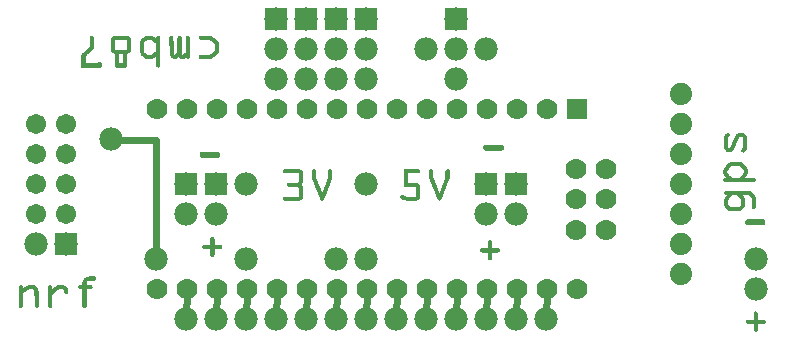
<source format=gtl>
G04 MADE WITH FRITZING*
G04 WWW.FRITZING.ORG*
G04 DOUBLE SIDED*
G04 HOLES PLATED*
G04 CONTOUR ON CENTER OF CONTOUR VECTOR*
%ASAXBY*%
%FSLAX23Y23*%
%MOIN*%
%OFA0B0*%
%SFA1.0B1.0*%
%ADD10C,0.078000*%
%ADD11C,0.070000*%
%ADD12C,0.067278*%
%ADD13C,0.074000*%
%ADD14R,0.070000X0.069958*%
%ADD15R,0.078000X0.078000*%
%ADD16C,0.024000*%
%ADD17R,0.001000X0.001000*%
%LNCOPPER1*%
G90*
G70*
G54D10*
X1744Y987D03*
X644Y287D03*
X494Y687D03*
X1544Y987D03*
X745Y87D03*
X845Y87D03*
X945Y87D03*
X1045Y87D03*
X1145Y87D03*
X1245Y87D03*
X1345Y87D03*
X1445Y87D03*
X1545Y87D03*
X1645Y87D03*
X1745Y87D03*
X1845Y87D03*
X1945Y87D03*
X745Y87D03*
X845Y87D03*
X945Y87D03*
X1045Y87D03*
X1145Y87D03*
X1245Y87D03*
X1345Y87D03*
X1445Y87D03*
X1545Y87D03*
X1645Y87D03*
X1745Y87D03*
X1845Y87D03*
X1945Y87D03*
X2644Y287D03*
X2644Y187D03*
X2644Y287D03*
X2644Y187D03*
G54D11*
X2049Y787D03*
X1949Y787D03*
X1849Y787D03*
X1749Y787D03*
X1649Y787D03*
X1549Y787D03*
X1449Y787D03*
X1349Y787D03*
X1249Y787D03*
X1149Y787D03*
X1049Y787D03*
X949Y787D03*
X849Y787D03*
X749Y787D03*
X649Y787D03*
X2049Y187D03*
X1949Y187D03*
X1849Y187D03*
X1749Y187D03*
X1649Y187D03*
X1549Y187D03*
X1449Y187D03*
X1349Y187D03*
X1249Y187D03*
X1149Y187D03*
X1049Y187D03*
X949Y187D03*
X849Y187D03*
X749Y187D03*
X649Y187D03*
X2144Y587D03*
X2044Y587D03*
X2144Y487D03*
X2044Y487D03*
X2144Y386D03*
X2044Y386D03*
G54D12*
X244Y437D03*
X244Y537D03*
X244Y637D03*
X244Y737D03*
X344Y437D03*
X344Y537D03*
X344Y637D03*
X344Y737D03*
G54D10*
X1845Y537D03*
X1845Y437D03*
X1744Y537D03*
X1744Y437D03*
X745Y537D03*
X745Y437D03*
X345Y337D03*
X245Y337D03*
X844Y537D03*
X844Y437D03*
X1044Y1087D03*
X1044Y987D03*
X1044Y887D03*
X1144Y1087D03*
X1144Y987D03*
X1144Y887D03*
X1244Y1087D03*
X1244Y987D03*
X1244Y887D03*
X1344Y1087D03*
X1344Y987D03*
X1344Y887D03*
X1644Y1087D03*
X1644Y987D03*
X1644Y887D03*
G54D13*
X2394Y237D03*
X2394Y337D03*
X2394Y437D03*
X2394Y537D03*
X2394Y637D03*
X2394Y737D03*
X2394Y837D03*
X2394Y237D03*
X2394Y337D03*
X2394Y437D03*
X2394Y537D03*
X2394Y637D03*
X2394Y737D03*
X2394Y837D03*
G54D10*
X945Y287D03*
X1345Y537D03*
X1345Y287D03*
X1245Y287D03*
X945Y537D03*
G54D14*
X2049Y787D03*
G54D15*
X1845Y537D03*
X1744Y537D03*
X745Y537D03*
X345Y337D03*
X844Y537D03*
X1044Y1087D03*
X1144Y1087D03*
X1244Y1087D03*
X1344Y1087D03*
X1644Y1087D03*
G54D16*
X645Y686D02*
X644Y317D01*
D02*
X525Y686D02*
X645Y686D01*
D02*
X746Y118D02*
X748Y158D01*
D02*
X846Y118D02*
X848Y158D01*
D02*
X946Y118D02*
X948Y158D01*
D02*
X1046Y118D02*
X1048Y158D01*
D02*
X1146Y118D02*
X1148Y158D01*
D02*
X1246Y118D02*
X1248Y158D01*
D02*
X1346Y118D02*
X1348Y158D01*
D02*
X1446Y118D02*
X1448Y158D01*
D02*
X1546Y118D02*
X1548Y158D01*
D02*
X1646Y118D02*
X1648Y158D01*
D02*
X1746Y118D02*
X1748Y158D01*
D02*
X1846Y118D02*
X1848Y158D01*
D02*
X1946Y118D02*
X1948Y158D01*
G54D17*
X428Y1031D02*
X433Y1031D01*
X504Y1031D02*
X553Y1031D01*
X612Y1031D02*
X633Y1031D01*
X650Y1031D02*
X656Y1031D01*
X693Y1031D02*
X698Y1031D01*
X721Y1031D02*
X726Y1031D01*
X749Y1031D02*
X754Y1031D01*
X792Y1031D02*
X829Y1031D01*
X427Y1030D02*
X435Y1030D01*
X502Y1030D02*
X555Y1030D01*
X610Y1030D02*
X636Y1030D01*
X649Y1030D02*
X657Y1030D01*
X692Y1030D02*
X700Y1030D01*
X720Y1030D02*
X728Y1030D01*
X747Y1030D02*
X756Y1030D01*
X790Y1030D02*
X831Y1030D01*
X426Y1029D02*
X436Y1029D01*
X501Y1029D02*
X556Y1029D01*
X608Y1029D02*
X638Y1029D01*
X648Y1029D02*
X658Y1029D01*
X691Y1029D02*
X701Y1029D01*
X719Y1029D02*
X729Y1029D01*
X747Y1029D02*
X757Y1029D01*
X790Y1029D02*
X833Y1029D01*
X425Y1028D02*
X436Y1028D01*
X499Y1028D02*
X557Y1028D01*
X606Y1028D02*
X639Y1028D01*
X647Y1028D02*
X658Y1028D01*
X690Y1028D02*
X701Y1028D01*
X718Y1028D02*
X729Y1028D01*
X746Y1028D02*
X757Y1028D01*
X789Y1028D02*
X835Y1028D01*
X425Y1027D02*
X437Y1027D01*
X498Y1027D02*
X558Y1027D01*
X605Y1027D02*
X641Y1027D01*
X647Y1027D02*
X659Y1027D01*
X690Y1027D02*
X702Y1027D01*
X718Y1027D02*
X730Y1027D01*
X746Y1027D02*
X758Y1027D01*
X789Y1027D02*
X836Y1027D01*
X424Y1026D02*
X437Y1026D01*
X498Y1026D02*
X559Y1026D01*
X604Y1026D02*
X642Y1026D01*
X647Y1026D02*
X659Y1026D01*
X690Y1026D02*
X702Y1026D01*
X717Y1026D02*
X730Y1026D01*
X745Y1026D02*
X758Y1026D01*
X788Y1026D02*
X837Y1026D01*
X424Y1025D02*
X437Y1025D01*
X497Y1025D02*
X560Y1025D01*
X603Y1025D02*
X643Y1025D01*
X646Y1025D02*
X659Y1025D01*
X690Y1025D02*
X702Y1025D01*
X717Y1025D02*
X730Y1025D01*
X745Y1025D02*
X758Y1025D01*
X788Y1025D02*
X838Y1025D01*
X424Y1024D02*
X437Y1024D01*
X496Y1024D02*
X560Y1024D01*
X601Y1024D02*
X644Y1024D01*
X646Y1024D02*
X659Y1024D01*
X690Y1024D02*
X702Y1024D01*
X717Y1024D02*
X730Y1024D01*
X745Y1024D02*
X758Y1024D01*
X788Y1024D02*
X839Y1024D01*
X424Y1023D02*
X437Y1023D01*
X496Y1023D02*
X561Y1023D01*
X600Y1023D02*
X659Y1023D01*
X690Y1023D02*
X702Y1023D01*
X717Y1023D02*
X730Y1023D01*
X745Y1023D02*
X758Y1023D01*
X789Y1023D02*
X841Y1023D01*
X424Y1022D02*
X437Y1022D01*
X496Y1022D02*
X561Y1022D01*
X599Y1022D02*
X659Y1022D01*
X690Y1022D02*
X702Y1022D01*
X717Y1022D02*
X730Y1022D01*
X745Y1022D02*
X758Y1022D01*
X789Y1022D02*
X842Y1022D01*
X424Y1021D02*
X437Y1021D01*
X495Y1021D02*
X561Y1021D01*
X598Y1021D02*
X659Y1021D01*
X690Y1021D02*
X702Y1021D01*
X717Y1021D02*
X730Y1021D01*
X745Y1021D02*
X758Y1021D01*
X790Y1021D02*
X843Y1021D01*
X424Y1020D02*
X437Y1020D01*
X495Y1020D02*
X561Y1020D01*
X597Y1020D02*
X659Y1020D01*
X690Y1020D02*
X702Y1020D01*
X717Y1020D02*
X730Y1020D01*
X745Y1020D02*
X758Y1020D01*
X791Y1020D02*
X844Y1020D01*
X424Y1019D02*
X437Y1019D01*
X495Y1019D02*
X561Y1019D01*
X597Y1019D02*
X659Y1019D01*
X690Y1019D02*
X702Y1019D01*
X717Y1019D02*
X730Y1019D01*
X745Y1019D02*
X758Y1019D01*
X792Y1019D02*
X845Y1019D01*
X424Y1018D02*
X437Y1018D01*
X495Y1018D02*
X508Y1018D01*
X549Y1018D02*
X561Y1018D01*
X596Y1018D02*
X615Y1018D01*
X630Y1018D02*
X659Y1018D01*
X690Y1018D02*
X702Y1018D01*
X717Y1018D02*
X730Y1018D01*
X745Y1018D02*
X758Y1018D01*
X825Y1018D02*
X846Y1018D01*
X424Y1017D02*
X437Y1017D01*
X495Y1017D02*
X508Y1017D01*
X549Y1017D02*
X561Y1017D01*
X595Y1017D02*
X613Y1017D01*
X632Y1017D02*
X659Y1017D01*
X690Y1017D02*
X702Y1017D01*
X717Y1017D02*
X730Y1017D01*
X745Y1017D02*
X758Y1017D01*
X827Y1017D02*
X847Y1017D01*
X424Y1016D02*
X437Y1016D01*
X495Y1016D02*
X508Y1016D01*
X549Y1016D02*
X561Y1016D01*
X595Y1016D02*
X612Y1016D01*
X633Y1016D02*
X659Y1016D01*
X690Y1016D02*
X703Y1016D01*
X717Y1016D02*
X730Y1016D01*
X745Y1016D02*
X758Y1016D01*
X829Y1016D02*
X848Y1016D01*
X424Y1015D02*
X437Y1015D01*
X495Y1015D02*
X508Y1015D01*
X549Y1015D02*
X561Y1015D01*
X594Y1015D02*
X611Y1015D01*
X634Y1015D02*
X659Y1015D01*
X690Y1015D02*
X703Y1015D01*
X717Y1015D02*
X730Y1015D01*
X745Y1015D02*
X758Y1015D01*
X830Y1015D02*
X849Y1015D01*
X424Y1014D02*
X437Y1014D01*
X495Y1014D02*
X508Y1014D01*
X549Y1014D02*
X561Y1014D01*
X594Y1014D02*
X610Y1014D01*
X636Y1014D02*
X659Y1014D01*
X690Y1014D02*
X703Y1014D01*
X717Y1014D02*
X730Y1014D01*
X745Y1014D02*
X758Y1014D01*
X831Y1014D02*
X850Y1014D01*
X424Y1013D02*
X437Y1013D01*
X495Y1013D02*
X508Y1013D01*
X549Y1013D02*
X561Y1013D01*
X593Y1013D02*
X608Y1013D01*
X637Y1013D02*
X659Y1013D01*
X690Y1013D02*
X703Y1013D01*
X717Y1013D02*
X730Y1013D01*
X745Y1013D02*
X758Y1013D01*
X832Y1013D02*
X851Y1013D01*
X424Y1012D02*
X437Y1012D01*
X495Y1012D02*
X508Y1012D01*
X549Y1012D02*
X561Y1012D01*
X593Y1012D02*
X607Y1012D01*
X638Y1012D02*
X659Y1012D01*
X690Y1012D02*
X703Y1012D01*
X717Y1012D02*
X730Y1012D01*
X745Y1012D02*
X758Y1012D01*
X833Y1012D02*
X852Y1012D01*
X424Y1011D02*
X437Y1011D01*
X495Y1011D02*
X508Y1011D01*
X549Y1011D02*
X561Y1011D01*
X593Y1011D02*
X607Y1011D01*
X639Y1011D02*
X659Y1011D01*
X690Y1011D02*
X703Y1011D01*
X717Y1011D02*
X730Y1011D01*
X745Y1011D02*
X758Y1011D01*
X835Y1011D02*
X852Y1011D01*
X424Y1010D02*
X437Y1010D01*
X495Y1010D02*
X508Y1010D01*
X549Y1010D02*
X561Y1010D01*
X593Y1010D02*
X606Y1010D01*
X640Y1010D02*
X659Y1010D01*
X690Y1010D02*
X703Y1010D01*
X717Y1010D02*
X730Y1010D01*
X745Y1010D02*
X758Y1010D01*
X836Y1010D02*
X853Y1010D01*
X424Y1009D02*
X437Y1009D01*
X495Y1009D02*
X508Y1009D01*
X549Y1009D02*
X561Y1009D01*
X593Y1009D02*
X606Y1009D01*
X641Y1009D02*
X659Y1009D01*
X690Y1009D02*
X703Y1009D01*
X717Y1009D02*
X730Y1009D01*
X745Y1009D02*
X758Y1009D01*
X837Y1009D02*
X853Y1009D01*
X424Y1008D02*
X437Y1008D01*
X495Y1008D02*
X508Y1008D01*
X549Y1008D02*
X561Y1008D01*
X593Y1008D02*
X606Y1008D01*
X643Y1008D02*
X659Y1008D01*
X690Y1008D02*
X703Y1008D01*
X717Y1008D02*
X730Y1008D01*
X745Y1008D02*
X758Y1008D01*
X838Y1008D02*
X854Y1008D01*
X424Y1007D02*
X437Y1007D01*
X495Y1007D02*
X508Y1007D01*
X549Y1007D02*
X561Y1007D01*
X593Y1007D02*
X605Y1007D01*
X644Y1007D02*
X659Y1007D01*
X690Y1007D02*
X703Y1007D01*
X717Y1007D02*
X730Y1007D01*
X745Y1007D02*
X758Y1007D01*
X839Y1007D02*
X854Y1007D01*
X424Y1006D02*
X437Y1006D01*
X495Y1006D02*
X508Y1006D01*
X549Y1006D02*
X561Y1006D01*
X593Y1006D02*
X605Y1006D01*
X645Y1006D02*
X659Y1006D01*
X690Y1006D02*
X703Y1006D01*
X717Y1006D02*
X730Y1006D01*
X745Y1006D02*
X758Y1006D01*
X840Y1006D02*
X854Y1006D01*
X424Y1005D02*
X437Y1005D01*
X495Y1005D02*
X508Y1005D01*
X549Y1005D02*
X561Y1005D01*
X593Y1005D02*
X605Y1005D01*
X646Y1005D02*
X659Y1005D01*
X690Y1005D02*
X703Y1005D01*
X717Y1005D02*
X730Y1005D01*
X745Y1005D02*
X758Y1005D01*
X841Y1005D02*
X854Y1005D01*
X424Y1004D02*
X437Y1004D01*
X495Y1004D02*
X508Y1004D01*
X549Y1004D02*
X561Y1004D01*
X593Y1004D02*
X605Y1004D01*
X646Y1004D02*
X659Y1004D01*
X690Y1004D02*
X703Y1004D01*
X717Y1004D02*
X730Y1004D01*
X745Y1004D02*
X758Y1004D01*
X841Y1004D02*
X854Y1004D01*
X424Y1003D02*
X437Y1003D01*
X495Y1003D02*
X508Y1003D01*
X549Y1003D02*
X561Y1003D01*
X593Y1003D02*
X605Y1003D01*
X646Y1003D02*
X659Y1003D01*
X690Y1003D02*
X703Y1003D01*
X717Y1003D02*
X730Y1003D01*
X745Y1003D02*
X758Y1003D01*
X842Y1003D02*
X854Y1003D01*
X424Y1002D02*
X437Y1002D01*
X495Y1002D02*
X508Y1002D01*
X549Y1002D02*
X561Y1002D01*
X593Y1002D02*
X605Y1002D01*
X646Y1002D02*
X659Y1002D01*
X690Y1002D02*
X703Y1002D01*
X717Y1002D02*
X730Y1002D01*
X745Y1002D02*
X758Y1002D01*
X842Y1002D02*
X855Y1002D01*
X424Y1001D02*
X437Y1001D01*
X495Y1001D02*
X508Y1001D01*
X549Y1001D02*
X561Y1001D01*
X593Y1001D02*
X605Y1001D01*
X646Y1001D02*
X659Y1001D01*
X690Y1001D02*
X703Y1001D01*
X717Y1001D02*
X730Y1001D01*
X745Y1001D02*
X758Y1001D01*
X842Y1001D02*
X855Y1001D01*
X424Y1000D02*
X437Y1000D01*
X495Y1000D02*
X508Y1000D01*
X549Y1000D02*
X561Y1000D01*
X593Y1000D02*
X605Y1000D01*
X646Y1000D02*
X659Y1000D01*
X690Y1000D02*
X703Y1000D01*
X717Y1000D02*
X730Y1000D01*
X745Y1000D02*
X758Y1000D01*
X842Y1000D02*
X855Y1000D01*
X424Y999D02*
X437Y999D01*
X495Y999D02*
X508Y999D01*
X549Y999D02*
X561Y999D01*
X593Y999D02*
X605Y999D01*
X646Y999D02*
X659Y999D01*
X691Y999D02*
X703Y999D01*
X717Y999D02*
X730Y999D01*
X745Y999D02*
X758Y999D01*
X842Y999D02*
X855Y999D01*
X424Y998D02*
X437Y998D01*
X495Y998D02*
X508Y998D01*
X549Y998D02*
X561Y998D01*
X593Y998D02*
X605Y998D01*
X646Y998D02*
X659Y998D01*
X691Y998D02*
X703Y998D01*
X717Y998D02*
X730Y998D01*
X745Y998D02*
X758Y998D01*
X842Y998D02*
X855Y998D01*
X424Y997D02*
X437Y997D01*
X495Y997D02*
X508Y997D01*
X549Y997D02*
X561Y997D01*
X593Y997D02*
X605Y997D01*
X646Y997D02*
X659Y997D01*
X691Y997D02*
X703Y997D01*
X717Y997D02*
X730Y997D01*
X745Y997D02*
X758Y997D01*
X842Y997D02*
X855Y997D01*
X424Y996D02*
X437Y996D01*
X495Y996D02*
X508Y996D01*
X549Y996D02*
X561Y996D01*
X593Y996D02*
X605Y996D01*
X646Y996D02*
X659Y996D01*
X691Y996D02*
X703Y996D01*
X717Y996D02*
X730Y996D01*
X745Y996D02*
X758Y996D01*
X842Y996D02*
X855Y996D01*
X424Y995D02*
X437Y995D01*
X495Y995D02*
X508Y995D01*
X549Y995D02*
X561Y995D01*
X593Y995D02*
X605Y995D01*
X646Y995D02*
X659Y995D01*
X691Y995D02*
X703Y995D01*
X717Y995D02*
X730Y995D01*
X745Y995D02*
X758Y995D01*
X842Y995D02*
X855Y995D01*
X424Y994D02*
X437Y994D01*
X495Y994D02*
X508Y994D01*
X549Y994D02*
X561Y994D01*
X593Y994D02*
X605Y994D01*
X646Y994D02*
X659Y994D01*
X691Y994D02*
X703Y994D01*
X717Y994D02*
X730Y994D01*
X745Y994D02*
X758Y994D01*
X842Y994D02*
X855Y994D01*
X423Y993D02*
X437Y993D01*
X495Y993D02*
X508Y993D01*
X549Y993D02*
X561Y993D01*
X593Y993D02*
X605Y993D01*
X646Y993D02*
X659Y993D01*
X691Y993D02*
X703Y993D01*
X717Y993D02*
X730Y993D01*
X745Y993D02*
X758Y993D01*
X842Y993D02*
X855Y993D01*
X422Y992D02*
X437Y992D01*
X495Y992D02*
X508Y992D01*
X549Y992D02*
X561Y992D01*
X593Y992D02*
X605Y992D01*
X646Y992D02*
X659Y992D01*
X691Y992D02*
X703Y992D01*
X717Y992D02*
X730Y992D01*
X745Y992D02*
X758Y992D01*
X842Y992D02*
X855Y992D01*
X421Y991D02*
X437Y991D01*
X495Y991D02*
X508Y991D01*
X549Y991D02*
X561Y991D01*
X593Y991D02*
X605Y991D01*
X646Y991D02*
X659Y991D01*
X691Y991D02*
X703Y991D01*
X717Y991D02*
X730Y991D01*
X745Y991D02*
X758Y991D01*
X842Y991D02*
X855Y991D01*
X420Y990D02*
X437Y990D01*
X495Y990D02*
X508Y990D01*
X549Y990D02*
X561Y990D01*
X593Y990D02*
X605Y990D01*
X646Y990D02*
X659Y990D01*
X691Y990D02*
X703Y990D01*
X717Y990D02*
X730Y990D01*
X745Y990D02*
X758Y990D01*
X842Y990D02*
X855Y990D01*
X419Y989D02*
X437Y989D01*
X495Y989D02*
X508Y989D01*
X549Y989D02*
X561Y989D01*
X593Y989D02*
X605Y989D01*
X646Y989D02*
X659Y989D01*
X691Y989D02*
X703Y989D01*
X717Y989D02*
X730Y989D01*
X745Y989D02*
X758Y989D01*
X842Y989D02*
X855Y989D01*
X418Y988D02*
X436Y988D01*
X495Y988D02*
X508Y988D01*
X549Y988D02*
X561Y988D01*
X593Y988D02*
X605Y988D01*
X646Y988D02*
X659Y988D01*
X691Y988D02*
X704Y988D01*
X717Y988D02*
X730Y988D01*
X745Y988D02*
X758Y988D01*
X842Y988D02*
X855Y988D01*
X416Y987D02*
X436Y987D01*
X495Y987D02*
X508Y987D01*
X549Y987D02*
X561Y987D01*
X593Y987D02*
X605Y987D01*
X646Y987D02*
X659Y987D01*
X691Y987D02*
X704Y987D01*
X717Y987D02*
X730Y987D01*
X745Y987D02*
X758Y987D01*
X842Y987D02*
X855Y987D01*
X415Y986D02*
X435Y986D01*
X495Y986D02*
X508Y986D01*
X548Y986D02*
X561Y986D01*
X593Y986D02*
X605Y986D01*
X646Y986D02*
X659Y986D01*
X691Y986D02*
X704Y986D01*
X717Y986D02*
X730Y986D01*
X745Y986D02*
X758Y986D01*
X842Y986D02*
X855Y986D01*
X414Y985D02*
X434Y985D01*
X495Y985D02*
X561Y985D01*
X593Y985D02*
X605Y985D01*
X646Y985D02*
X659Y985D01*
X691Y985D02*
X704Y985D01*
X717Y985D02*
X730Y985D01*
X745Y985D02*
X758Y985D01*
X842Y985D02*
X855Y985D01*
X413Y984D02*
X433Y984D01*
X495Y984D02*
X561Y984D01*
X593Y984D02*
X605Y984D01*
X646Y984D02*
X659Y984D01*
X691Y984D02*
X704Y984D01*
X717Y984D02*
X730Y984D01*
X745Y984D02*
X758Y984D01*
X842Y984D02*
X854Y984D01*
X412Y983D02*
X432Y983D01*
X495Y983D02*
X561Y983D01*
X593Y983D02*
X605Y983D01*
X646Y983D02*
X659Y983D01*
X691Y983D02*
X704Y983D01*
X717Y983D02*
X730Y983D01*
X745Y983D02*
X758Y983D01*
X841Y983D02*
X854Y983D01*
X410Y982D02*
X430Y982D01*
X496Y982D02*
X561Y982D01*
X593Y982D02*
X605Y982D01*
X646Y982D02*
X659Y982D01*
X691Y982D02*
X704Y982D01*
X717Y982D02*
X730Y982D01*
X745Y982D02*
X758Y982D01*
X841Y982D02*
X854Y982D01*
X409Y981D02*
X429Y981D01*
X496Y981D02*
X560Y981D01*
X593Y981D02*
X605Y981D01*
X645Y981D02*
X659Y981D01*
X691Y981D02*
X704Y981D01*
X717Y981D02*
X730Y981D01*
X745Y981D02*
X758Y981D01*
X840Y981D02*
X854Y981D01*
X408Y980D02*
X428Y980D01*
X497Y980D02*
X560Y980D01*
X593Y980D02*
X605Y980D01*
X644Y980D02*
X659Y980D01*
X691Y980D02*
X704Y980D01*
X717Y980D02*
X730Y980D01*
X745Y980D02*
X758Y980D01*
X839Y980D02*
X854Y980D01*
X407Y979D02*
X427Y979D01*
X497Y979D02*
X559Y979D01*
X593Y979D02*
X606Y979D01*
X643Y979D02*
X659Y979D01*
X691Y979D02*
X704Y979D01*
X717Y979D02*
X730Y979D01*
X745Y979D02*
X758Y979D01*
X838Y979D02*
X854Y979D01*
X406Y978D02*
X426Y978D01*
X498Y978D02*
X559Y978D01*
X593Y978D02*
X606Y978D01*
X641Y978D02*
X659Y978D01*
X691Y978D02*
X704Y978D01*
X717Y978D02*
X730Y978D01*
X745Y978D02*
X758Y978D01*
X837Y978D02*
X853Y978D01*
X405Y977D02*
X425Y977D01*
X499Y977D02*
X558Y977D01*
X593Y977D02*
X606Y977D01*
X640Y977D02*
X659Y977D01*
X691Y977D02*
X704Y977D01*
X717Y977D02*
X730Y977D01*
X745Y977D02*
X758Y977D01*
X836Y977D02*
X853Y977D01*
X403Y976D02*
X423Y976D01*
X500Y976D02*
X557Y976D01*
X593Y976D02*
X607Y976D01*
X639Y976D02*
X659Y976D01*
X691Y976D02*
X704Y976D01*
X717Y976D02*
X730Y976D01*
X743Y976D02*
X758Y976D01*
X834Y976D02*
X852Y976D01*
X402Y975D02*
X422Y975D01*
X501Y975D02*
X556Y975D01*
X593Y975D02*
X607Y975D01*
X638Y975D02*
X659Y975D01*
X691Y975D02*
X704Y975D01*
X716Y975D02*
X730Y975D01*
X742Y975D02*
X758Y975D01*
X833Y975D02*
X852Y975D01*
X401Y974D02*
X421Y974D01*
X502Y974D02*
X554Y974D01*
X594Y974D02*
X608Y974D01*
X637Y974D02*
X659Y974D01*
X691Y974D02*
X704Y974D01*
X714Y974D02*
X730Y974D01*
X741Y974D02*
X758Y974D01*
X832Y974D02*
X851Y974D01*
X400Y973D02*
X420Y973D01*
X505Y973D02*
X552Y973D01*
X594Y973D02*
X610Y973D01*
X636Y973D02*
X659Y973D01*
X692Y973D02*
X704Y973D01*
X713Y973D02*
X730Y973D01*
X740Y973D02*
X758Y973D01*
X831Y973D02*
X850Y973D01*
X399Y972D02*
X419Y972D01*
X509Y972D02*
X521Y972D01*
X535Y972D02*
X548Y972D01*
X594Y972D02*
X611Y972D01*
X634Y972D02*
X659Y972D01*
X692Y972D02*
X704Y972D01*
X712Y972D02*
X730Y972D01*
X739Y972D02*
X758Y972D01*
X830Y972D02*
X849Y972D01*
X398Y971D02*
X418Y971D01*
X509Y971D02*
X521Y971D01*
X535Y971D02*
X548Y971D01*
X595Y971D02*
X612Y971D01*
X633Y971D02*
X659Y971D01*
X692Y971D02*
X704Y971D01*
X711Y971D02*
X730Y971D01*
X738Y971D02*
X758Y971D01*
X829Y971D02*
X848Y971D01*
X398Y970D02*
X416Y970D01*
X509Y970D02*
X521Y970D01*
X535Y970D02*
X548Y970D01*
X595Y970D02*
X613Y970D01*
X632Y970D02*
X659Y970D01*
X692Y970D02*
X704Y970D01*
X710Y970D02*
X730Y970D01*
X737Y970D02*
X758Y970D01*
X827Y970D02*
X847Y970D01*
X398Y969D02*
X415Y969D01*
X509Y969D02*
X521Y969D01*
X535Y969D02*
X548Y969D01*
X596Y969D02*
X616Y969D01*
X630Y969D02*
X659Y969D01*
X692Y969D02*
X705Y969D01*
X708Y969D02*
X732Y969D01*
X735Y969D02*
X758Y969D01*
X825Y969D02*
X846Y969D01*
X397Y968D02*
X414Y968D01*
X509Y968D02*
X521Y968D01*
X535Y968D02*
X548Y968D01*
X596Y968D02*
X659Y968D01*
X692Y968D02*
X758Y968D01*
X792Y968D02*
X845Y968D01*
X397Y967D02*
X413Y967D01*
X509Y967D02*
X521Y967D01*
X535Y967D02*
X548Y967D01*
X597Y967D02*
X659Y967D01*
X692Y967D02*
X758Y967D01*
X790Y967D02*
X844Y967D01*
X397Y966D02*
X412Y966D01*
X509Y966D02*
X521Y966D01*
X535Y966D02*
X548Y966D01*
X598Y966D02*
X659Y966D01*
X693Y966D02*
X758Y966D01*
X790Y966D02*
X843Y966D01*
X397Y965D02*
X411Y965D01*
X509Y965D02*
X521Y965D01*
X535Y965D02*
X548Y965D01*
X599Y965D02*
X659Y965D01*
X693Y965D02*
X758Y965D01*
X789Y965D02*
X842Y965D01*
X397Y964D02*
X410Y964D01*
X509Y964D02*
X521Y964D01*
X535Y964D02*
X548Y964D01*
X600Y964D02*
X659Y964D01*
X693Y964D02*
X758Y964D01*
X789Y964D02*
X841Y964D01*
X397Y963D02*
X410Y963D01*
X509Y963D02*
X521Y963D01*
X535Y963D02*
X548Y963D01*
X601Y963D02*
X659Y963D01*
X694Y963D02*
X758Y963D01*
X788Y963D02*
X840Y963D01*
X397Y962D02*
X410Y962D01*
X509Y962D02*
X521Y962D01*
X535Y962D02*
X548Y962D01*
X603Y962D02*
X643Y962D01*
X646Y962D02*
X659Y962D01*
X695Y962D02*
X758Y962D01*
X788Y962D02*
X839Y962D01*
X397Y961D02*
X410Y961D01*
X509Y961D02*
X521Y961D01*
X535Y961D02*
X548Y961D01*
X604Y961D02*
X642Y961D01*
X646Y961D02*
X659Y961D01*
X696Y961D02*
X719Y961D01*
X721Y961D02*
X758Y961D01*
X788Y961D02*
X838Y961D01*
X397Y960D02*
X410Y960D01*
X509Y960D02*
X521Y960D01*
X535Y960D02*
X548Y960D01*
X605Y960D02*
X641Y960D01*
X646Y960D02*
X659Y960D01*
X697Y960D02*
X718Y960D01*
X722Y960D02*
X758Y960D01*
X789Y960D02*
X836Y960D01*
X397Y959D02*
X410Y959D01*
X509Y959D02*
X521Y959D01*
X535Y959D02*
X548Y959D01*
X606Y959D02*
X639Y959D01*
X646Y959D02*
X659Y959D01*
X698Y959D02*
X717Y959D01*
X723Y959D02*
X743Y959D01*
X746Y959D02*
X757Y959D01*
X789Y959D02*
X835Y959D01*
X397Y958D02*
X410Y958D01*
X509Y958D02*
X521Y958D01*
X535Y958D02*
X548Y958D01*
X608Y958D02*
X637Y958D01*
X646Y958D02*
X659Y958D01*
X699Y958D02*
X715Y958D01*
X725Y958D02*
X742Y958D01*
X747Y958D02*
X757Y958D01*
X790Y958D02*
X833Y958D01*
X397Y957D02*
X410Y957D01*
X509Y957D02*
X521Y957D01*
X535Y957D02*
X548Y957D01*
X610Y957D02*
X636Y957D01*
X646Y957D02*
X659Y957D01*
X701Y957D02*
X713Y957D01*
X726Y957D02*
X740Y957D01*
X748Y957D02*
X756Y957D01*
X790Y957D02*
X831Y957D01*
X397Y956D02*
X410Y956D01*
X509Y956D02*
X521Y956D01*
X535Y956D02*
X548Y956D01*
X612Y956D02*
X633Y956D01*
X646Y956D02*
X659Y956D01*
X704Y956D02*
X711Y956D01*
X729Y956D02*
X738Y956D01*
X749Y956D02*
X754Y956D01*
X792Y956D02*
X828Y956D01*
X397Y955D02*
X410Y955D01*
X509Y955D02*
X521Y955D01*
X535Y955D02*
X548Y955D01*
X646Y955D02*
X659Y955D01*
X397Y954D02*
X410Y954D01*
X509Y954D02*
X521Y954D01*
X535Y954D02*
X548Y954D01*
X646Y954D02*
X659Y954D01*
X397Y953D02*
X410Y953D01*
X509Y953D02*
X521Y953D01*
X535Y953D02*
X548Y953D01*
X646Y953D02*
X659Y953D01*
X397Y952D02*
X410Y952D01*
X509Y952D02*
X521Y952D01*
X535Y952D02*
X548Y952D01*
X646Y952D02*
X659Y952D01*
X397Y951D02*
X410Y951D01*
X509Y951D02*
X521Y951D01*
X535Y951D02*
X548Y951D01*
X646Y951D02*
X659Y951D01*
X397Y950D02*
X410Y950D01*
X509Y950D02*
X521Y950D01*
X535Y950D02*
X548Y950D01*
X646Y950D02*
X659Y950D01*
X397Y949D02*
X410Y949D01*
X509Y949D02*
X521Y949D01*
X535Y949D02*
X548Y949D01*
X646Y949D02*
X659Y949D01*
X397Y948D02*
X410Y948D01*
X509Y948D02*
X521Y948D01*
X535Y948D02*
X548Y948D01*
X646Y948D02*
X659Y948D01*
X397Y947D02*
X410Y947D01*
X509Y947D02*
X521Y947D01*
X535Y947D02*
X548Y947D01*
X646Y947D02*
X659Y947D01*
X397Y946D02*
X410Y946D01*
X509Y946D02*
X521Y946D01*
X535Y946D02*
X548Y946D01*
X646Y946D02*
X659Y946D01*
X397Y945D02*
X410Y945D01*
X455Y945D02*
X460Y945D01*
X509Y945D02*
X521Y945D01*
X535Y945D02*
X548Y945D01*
X646Y945D02*
X659Y945D01*
X397Y944D02*
X410Y944D01*
X453Y944D02*
X461Y944D01*
X509Y944D02*
X521Y944D01*
X535Y944D02*
X548Y944D01*
X646Y944D02*
X659Y944D01*
X397Y943D02*
X410Y943D01*
X453Y943D02*
X462Y943D01*
X509Y943D02*
X521Y943D01*
X535Y943D02*
X548Y943D01*
X646Y943D02*
X659Y943D01*
X397Y942D02*
X410Y942D01*
X452Y942D02*
X463Y942D01*
X509Y942D02*
X521Y942D01*
X535Y942D02*
X548Y942D01*
X646Y942D02*
X659Y942D01*
X397Y941D02*
X410Y941D01*
X451Y941D02*
X463Y941D01*
X509Y941D02*
X521Y941D01*
X535Y941D02*
X548Y941D01*
X646Y941D02*
X659Y941D01*
X397Y940D02*
X464Y940D01*
X509Y940D02*
X548Y940D01*
X646Y940D02*
X659Y940D01*
X397Y939D02*
X464Y939D01*
X509Y939D02*
X548Y939D01*
X646Y939D02*
X659Y939D01*
X397Y938D02*
X464Y938D01*
X509Y938D02*
X548Y938D01*
X646Y938D02*
X659Y938D01*
X397Y937D02*
X464Y937D01*
X509Y937D02*
X548Y937D01*
X646Y937D02*
X659Y937D01*
X397Y936D02*
X464Y936D01*
X509Y936D02*
X548Y936D01*
X646Y936D02*
X659Y936D01*
X397Y935D02*
X464Y935D01*
X509Y935D02*
X548Y935D01*
X646Y935D02*
X659Y935D01*
X397Y934D02*
X464Y934D01*
X509Y934D02*
X548Y934D01*
X646Y934D02*
X659Y934D01*
X397Y933D02*
X464Y933D01*
X509Y933D02*
X548Y933D01*
X646Y933D02*
X659Y933D01*
X397Y932D02*
X464Y932D01*
X509Y932D02*
X548Y932D01*
X647Y932D02*
X659Y932D01*
X397Y931D02*
X463Y931D01*
X509Y931D02*
X548Y931D01*
X647Y931D02*
X659Y931D01*
X397Y930D02*
X463Y930D01*
X510Y930D02*
X547Y930D01*
X647Y930D02*
X658Y930D01*
X397Y929D02*
X462Y929D01*
X510Y929D02*
X546Y929D01*
X648Y929D02*
X657Y929D01*
X397Y928D02*
X461Y928D01*
X511Y928D02*
X546Y928D01*
X649Y928D02*
X657Y928D01*
X397Y927D02*
X460Y927D01*
X513Y927D02*
X544Y927D01*
X651Y927D02*
X655Y927D01*
X2590Y709D02*
X2599Y709D01*
X2549Y708D02*
X2553Y708D01*
X2587Y708D02*
X2603Y708D01*
X2548Y707D02*
X2555Y707D01*
X2585Y707D02*
X2604Y707D01*
X2546Y706D02*
X2556Y706D01*
X2584Y706D02*
X2606Y706D01*
X2545Y705D02*
X2557Y705D01*
X2582Y705D02*
X2607Y705D01*
X2544Y704D02*
X2557Y704D01*
X2581Y704D02*
X2608Y704D01*
X2543Y703D02*
X2557Y703D01*
X2580Y703D02*
X2609Y703D01*
X2543Y702D02*
X2558Y702D01*
X2579Y702D02*
X2610Y702D01*
X2542Y701D02*
X2557Y701D01*
X2578Y701D02*
X2611Y701D01*
X2541Y700D02*
X2557Y700D01*
X2578Y700D02*
X2612Y700D01*
X2541Y699D02*
X2557Y699D01*
X2577Y699D02*
X2612Y699D01*
X2541Y698D02*
X2556Y698D01*
X2576Y698D02*
X2613Y698D01*
X2540Y697D02*
X2555Y697D01*
X2576Y697D02*
X2613Y697D01*
X2540Y696D02*
X2555Y696D01*
X2576Y696D02*
X2614Y696D01*
X2540Y695D02*
X2554Y695D01*
X2575Y695D02*
X2590Y695D01*
X2598Y695D02*
X2614Y695D01*
X2539Y694D02*
X2553Y694D01*
X2575Y694D02*
X2589Y694D01*
X2600Y694D02*
X2614Y694D01*
X2539Y693D02*
X2552Y693D01*
X2574Y693D02*
X2588Y693D01*
X2601Y693D02*
X2615Y693D01*
X2539Y692D02*
X2552Y692D01*
X2574Y692D02*
X2588Y692D01*
X2602Y692D02*
X2615Y692D01*
X2539Y691D02*
X2552Y691D01*
X2573Y691D02*
X2587Y691D01*
X2602Y691D02*
X2615Y691D01*
X2539Y690D02*
X2552Y690D01*
X2573Y690D02*
X2587Y690D01*
X2602Y690D02*
X2615Y690D01*
X2539Y689D02*
X2552Y689D01*
X2572Y689D02*
X2586Y689D01*
X2602Y689D02*
X2615Y689D01*
X2539Y688D02*
X2552Y688D01*
X2572Y688D02*
X2586Y688D01*
X2602Y688D02*
X2615Y688D01*
X2539Y687D02*
X2552Y687D01*
X2572Y687D02*
X2585Y687D01*
X2602Y687D02*
X2615Y687D01*
X2539Y686D02*
X2552Y686D01*
X2571Y686D02*
X2585Y686D01*
X2602Y686D02*
X2615Y686D01*
X2539Y685D02*
X2552Y685D01*
X2571Y685D02*
X2585Y685D01*
X2602Y685D02*
X2615Y685D01*
X2539Y684D02*
X2552Y684D01*
X2570Y684D02*
X2584Y684D01*
X2602Y684D02*
X2615Y684D01*
X2539Y683D02*
X2552Y683D01*
X2570Y683D02*
X2584Y683D01*
X2602Y683D02*
X2615Y683D01*
X2539Y682D02*
X2552Y682D01*
X2569Y682D02*
X2583Y682D01*
X2602Y682D02*
X2615Y682D01*
X2539Y681D02*
X2552Y681D01*
X2569Y681D02*
X2583Y681D01*
X2602Y681D02*
X2615Y681D01*
X2539Y680D02*
X2552Y680D01*
X2569Y680D02*
X2582Y680D01*
X2602Y680D02*
X2615Y680D01*
X2539Y679D02*
X2552Y679D01*
X2568Y679D02*
X2582Y679D01*
X2602Y679D02*
X2615Y679D01*
X2539Y678D02*
X2552Y678D01*
X2568Y678D02*
X2582Y678D01*
X2602Y678D02*
X2615Y678D01*
X2539Y677D02*
X2552Y677D01*
X2567Y677D02*
X2581Y677D01*
X2602Y677D02*
X2615Y677D01*
X2539Y676D02*
X2552Y676D01*
X2567Y676D02*
X2581Y676D01*
X2602Y676D02*
X2615Y676D01*
X2539Y675D02*
X2552Y675D01*
X2566Y675D02*
X2580Y675D01*
X2602Y675D02*
X2615Y675D01*
X2539Y674D02*
X2552Y674D01*
X2566Y674D02*
X2580Y674D01*
X2602Y674D02*
X2615Y674D01*
X2539Y673D02*
X2552Y673D01*
X2566Y673D02*
X2579Y673D01*
X2602Y673D02*
X2615Y673D01*
X2539Y672D02*
X2552Y672D01*
X2565Y672D02*
X2579Y672D01*
X2602Y672D02*
X2615Y672D01*
X2539Y671D02*
X2552Y671D01*
X2565Y671D02*
X2578Y671D01*
X2602Y671D02*
X2615Y671D01*
X2539Y670D02*
X2552Y670D01*
X2564Y670D02*
X2578Y670D01*
X2602Y670D02*
X2615Y670D01*
X1742Y669D02*
X1799Y669D01*
X2539Y669D02*
X2552Y669D01*
X2564Y669D02*
X2578Y669D01*
X2602Y669D02*
X2615Y669D01*
X1740Y668D02*
X1801Y668D01*
X2539Y668D02*
X2552Y668D01*
X2563Y668D02*
X2577Y668D01*
X2602Y668D02*
X2615Y668D01*
X1739Y667D02*
X1802Y667D01*
X2539Y667D02*
X2552Y667D01*
X2563Y667D02*
X2577Y667D01*
X2602Y667D02*
X2615Y667D01*
X1738Y666D02*
X1803Y666D01*
X2539Y666D02*
X2552Y666D01*
X2563Y666D02*
X2576Y666D01*
X2602Y666D02*
X2615Y666D01*
X1738Y665D02*
X1803Y665D01*
X2539Y665D02*
X2552Y665D01*
X2562Y665D02*
X2576Y665D01*
X2602Y665D02*
X2615Y665D01*
X1738Y664D02*
X1803Y664D01*
X2539Y664D02*
X2552Y664D01*
X2562Y664D02*
X2575Y664D01*
X2602Y664D02*
X2615Y664D01*
X1737Y663D02*
X1804Y663D01*
X2539Y663D02*
X2552Y663D01*
X2561Y663D02*
X2575Y663D01*
X2602Y663D02*
X2615Y663D01*
X1737Y662D02*
X1804Y662D01*
X2539Y662D02*
X2552Y662D01*
X2561Y662D02*
X2575Y662D01*
X2602Y662D02*
X2615Y662D01*
X1737Y661D02*
X1804Y661D01*
X2539Y661D02*
X2552Y661D01*
X2560Y661D02*
X2574Y661D01*
X2602Y661D02*
X2615Y661D01*
X1737Y660D02*
X1804Y660D01*
X2539Y660D02*
X2552Y660D01*
X2560Y660D02*
X2574Y660D01*
X2602Y660D02*
X2615Y660D01*
X1737Y659D02*
X1804Y659D01*
X2539Y659D02*
X2553Y659D01*
X2559Y659D02*
X2573Y659D01*
X2601Y659D02*
X2614Y659D01*
X1737Y658D02*
X1804Y658D01*
X2539Y658D02*
X2555Y658D01*
X2558Y658D02*
X2573Y658D01*
X2601Y658D02*
X2614Y658D01*
X1737Y657D02*
X1804Y657D01*
X2540Y657D02*
X2572Y657D01*
X2600Y657D02*
X2614Y657D01*
X1737Y656D02*
X1804Y656D01*
X2540Y656D02*
X2572Y656D01*
X2600Y656D02*
X2614Y656D01*
X1738Y655D02*
X1803Y655D01*
X2540Y655D02*
X2572Y655D01*
X2599Y655D02*
X2613Y655D01*
X1738Y654D02*
X1803Y654D01*
X2541Y654D02*
X2571Y654D01*
X2598Y654D02*
X2613Y654D01*
X1738Y653D02*
X1803Y653D01*
X2541Y653D02*
X2571Y653D01*
X2598Y653D02*
X2613Y653D01*
X1739Y652D02*
X1802Y652D01*
X2542Y652D02*
X2570Y652D01*
X2597Y652D02*
X2612Y652D01*
X1740Y651D02*
X1801Y651D01*
X2543Y651D02*
X2569Y651D01*
X2597Y651D02*
X2612Y651D01*
X1742Y650D02*
X1799Y650D01*
X2544Y650D02*
X2568Y650D01*
X2597Y650D02*
X2611Y650D01*
X2545Y649D02*
X2567Y649D01*
X2597Y649D02*
X2611Y649D01*
X2546Y648D02*
X2566Y648D01*
X2597Y648D02*
X2610Y648D01*
X2547Y647D02*
X2565Y647D01*
X2597Y647D02*
X2609Y647D01*
X2549Y646D02*
X2563Y646D01*
X2597Y646D02*
X2608Y646D01*
X795Y645D02*
X854Y645D01*
X2551Y645D02*
X2560Y645D01*
X2598Y645D02*
X2608Y645D01*
X794Y644D02*
X855Y644D01*
X2599Y644D02*
X2606Y644D01*
X793Y643D02*
X856Y643D01*
X2601Y643D02*
X2605Y643D01*
X792Y642D02*
X857Y642D01*
X792Y641D02*
X857Y641D01*
X791Y640D02*
X858Y640D01*
X791Y639D02*
X858Y639D01*
X791Y638D02*
X858Y638D01*
X791Y637D02*
X858Y637D01*
X791Y636D02*
X858Y636D01*
X791Y635D02*
X858Y635D01*
X791Y634D02*
X858Y634D01*
X791Y633D02*
X858Y633D01*
X791Y632D02*
X857Y632D01*
X792Y631D02*
X857Y631D01*
X792Y630D02*
X857Y630D01*
X793Y629D02*
X856Y629D01*
X794Y628D02*
X855Y628D01*
X795Y627D02*
X854Y627D01*
X2563Y612D02*
X2591Y612D01*
X2560Y611D02*
X2594Y611D01*
X2558Y610D02*
X2597Y610D01*
X2556Y609D02*
X2598Y609D01*
X2555Y608D02*
X2600Y608D01*
X2553Y607D02*
X2601Y607D01*
X2552Y606D02*
X2602Y606D01*
X2551Y605D02*
X2603Y605D01*
X2550Y604D02*
X2604Y604D01*
X2549Y603D02*
X2605Y603D01*
X2548Y602D02*
X2605Y602D01*
X2548Y601D02*
X2606Y601D01*
X2547Y600D02*
X2607Y600D01*
X2546Y599D02*
X2608Y599D01*
X2545Y598D02*
X2563Y598D01*
X2591Y598D02*
X2609Y598D01*
X2544Y597D02*
X2561Y597D01*
X2593Y597D02*
X2610Y597D01*
X2543Y596D02*
X2560Y596D01*
X2594Y596D02*
X2611Y596D01*
X2542Y595D02*
X2560Y595D01*
X2595Y595D02*
X2612Y595D01*
X2541Y594D02*
X2559Y594D01*
X2595Y594D02*
X2612Y594D01*
X2541Y593D02*
X2558Y593D01*
X2596Y593D02*
X2613Y593D01*
X2540Y592D02*
X2557Y592D01*
X2597Y592D02*
X2614Y592D01*
X2539Y591D02*
X2556Y591D01*
X2598Y591D02*
X2615Y591D01*
X2539Y590D02*
X2555Y590D01*
X2599Y590D02*
X2615Y590D01*
X2538Y589D02*
X2554Y589D01*
X2600Y589D02*
X2616Y589D01*
X1075Y588D02*
X1121Y588D01*
X1473Y588D02*
X1518Y588D01*
X2538Y588D02*
X2554Y588D01*
X2600Y588D02*
X2616Y588D01*
X1071Y587D02*
X1126Y587D01*
X1169Y587D02*
X1175Y587D01*
X1223Y587D02*
X1229Y587D01*
X1472Y587D02*
X1522Y587D01*
X1560Y587D02*
X1566Y587D01*
X1614Y587D02*
X1620Y587D01*
X2538Y587D02*
X2553Y587D01*
X2601Y587D02*
X2617Y587D01*
X1070Y586D02*
X1128Y586D01*
X1168Y586D02*
X1176Y586D01*
X1222Y586D02*
X1230Y586D01*
X1472Y586D02*
X1523Y586D01*
X1559Y586D02*
X1567Y586D01*
X1612Y586D02*
X1621Y586D01*
X2537Y586D02*
X2552Y586D01*
X2602Y586D02*
X2617Y586D01*
X1069Y585D02*
X1129Y585D01*
X1167Y585D02*
X1177Y585D01*
X1221Y585D02*
X1231Y585D01*
X1472Y585D02*
X1524Y585D01*
X1558Y585D02*
X1568Y585D01*
X1612Y585D02*
X1622Y585D01*
X2537Y585D02*
X2551Y585D01*
X2603Y585D02*
X2617Y585D01*
X1069Y584D02*
X1130Y584D01*
X1166Y584D02*
X1178Y584D01*
X1220Y584D02*
X1231Y584D01*
X1472Y584D02*
X1525Y584D01*
X1557Y584D02*
X1569Y584D01*
X1611Y584D02*
X1622Y584D01*
X2537Y584D02*
X2550Y584D01*
X2604Y584D02*
X2617Y584D01*
X1068Y583D02*
X1131Y583D01*
X1166Y583D02*
X1178Y583D01*
X1220Y583D02*
X1232Y583D01*
X1472Y583D02*
X1525Y583D01*
X1557Y583D02*
X1569Y583D01*
X1611Y583D02*
X1623Y583D01*
X2537Y583D02*
X2550Y583D01*
X2604Y583D02*
X2617Y583D01*
X1068Y582D02*
X1132Y582D01*
X1166Y582D02*
X1178Y582D01*
X1220Y582D02*
X1232Y582D01*
X1472Y582D02*
X1525Y582D01*
X1557Y582D02*
X1569Y582D01*
X1610Y582D02*
X1623Y582D01*
X2536Y582D02*
X2549Y582D01*
X2605Y582D02*
X2618Y582D01*
X1068Y581D02*
X1133Y581D01*
X1166Y581D02*
X1178Y581D01*
X1219Y581D02*
X1232Y581D01*
X1472Y581D02*
X1525Y581D01*
X1557Y581D02*
X1569Y581D01*
X1610Y581D02*
X1623Y581D01*
X2536Y581D02*
X2549Y581D01*
X2605Y581D02*
X2618Y581D01*
X1068Y580D02*
X1133Y580D01*
X1166Y580D02*
X1178Y580D01*
X1219Y580D02*
X1232Y580D01*
X1472Y580D02*
X1525Y580D01*
X1557Y580D02*
X1569Y580D01*
X1610Y580D02*
X1623Y580D01*
X2536Y580D02*
X2549Y580D01*
X2605Y580D02*
X2618Y580D01*
X1068Y579D02*
X1134Y579D01*
X1166Y579D02*
X1178Y579D01*
X1219Y579D02*
X1232Y579D01*
X1472Y579D02*
X1525Y579D01*
X1557Y579D02*
X1569Y579D01*
X1610Y579D02*
X1623Y579D01*
X2536Y579D02*
X2549Y579D01*
X2605Y579D02*
X2618Y579D01*
X1069Y578D02*
X1134Y578D01*
X1166Y578D02*
X1178Y578D01*
X1219Y578D02*
X1232Y578D01*
X1472Y578D02*
X1524Y578D01*
X1557Y578D02*
X1569Y578D01*
X1610Y578D02*
X1623Y578D01*
X2536Y578D02*
X2549Y578D01*
X2605Y578D02*
X2618Y578D01*
X1070Y577D02*
X1134Y577D01*
X1166Y577D02*
X1178Y577D01*
X1219Y577D02*
X1232Y577D01*
X1472Y577D02*
X1524Y577D01*
X1557Y577D02*
X1569Y577D01*
X1610Y577D02*
X1623Y577D01*
X2536Y577D02*
X2549Y577D01*
X2605Y577D02*
X2618Y577D01*
X1071Y576D02*
X1134Y576D01*
X1166Y576D02*
X1178Y576D01*
X1219Y576D02*
X1232Y576D01*
X1472Y576D02*
X1523Y576D01*
X1557Y576D02*
X1569Y576D01*
X1610Y576D02*
X1623Y576D01*
X2536Y576D02*
X2549Y576D01*
X2605Y576D02*
X2618Y576D01*
X1072Y575D02*
X1134Y575D01*
X1166Y575D02*
X1178Y575D01*
X1219Y575D02*
X1232Y575D01*
X1472Y575D02*
X1521Y575D01*
X1557Y575D02*
X1569Y575D01*
X1610Y575D02*
X1623Y575D01*
X2536Y575D02*
X2549Y575D01*
X2605Y575D02*
X2618Y575D01*
X1122Y574D02*
X1134Y574D01*
X1166Y574D02*
X1178Y574D01*
X1219Y574D02*
X1232Y574D01*
X1472Y574D02*
X1485Y574D01*
X1557Y574D02*
X1569Y574D01*
X1610Y574D02*
X1623Y574D01*
X2537Y574D02*
X2550Y574D01*
X2604Y574D02*
X2617Y574D01*
X1122Y573D02*
X1134Y573D01*
X1166Y573D02*
X1178Y573D01*
X1219Y573D02*
X1232Y573D01*
X1472Y573D02*
X1485Y573D01*
X1557Y573D02*
X1569Y573D01*
X1610Y573D02*
X1623Y573D01*
X2537Y573D02*
X2551Y573D01*
X2603Y573D02*
X2617Y573D01*
X1122Y572D02*
X1134Y572D01*
X1166Y572D02*
X1178Y572D01*
X1219Y572D02*
X1232Y572D01*
X1472Y572D02*
X1485Y572D01*
X1557Y572D02*
X1569Y572D01*
X1610Y572D02*
X1623Y572D01*
X2537Y572D02*
X2551Y572D01*
X2603Y572D02*
X2617Y572D01*
X1122Y571D02*
X1134Y571D01*
X1166Y571D02*
X1178Y571D01*
X1219Y571D02*
X1232Y571D01*
X1472Y571D02*
X1485Y571D01*
X1557Y571D02*
X1569Y571D01*
X1610Y571D02*
X1623Y571D01*
X2537Y571D02*
X2552Y571D01*
X2602Y571D02*
X2617Y571D01*
X1122Y570D02*
X1134Y570D01*
X1166Y570D02*
X1178Y570D01*
X1219Y570D02*
X1232Y570D01*
X1472Y570D02*
X1485Y570D01*
X1557Y570D02*
X1569Y570D01*
X1610Y570D02*
X1623Y570D01*
X2538Y570D02*
X2553Y570D01*
X2601Y570D02*
X2616Y570D01*
X1122Y569D02*
X1134Y569D01*
X1166Y569D02*
X1178Y569D01*
X1219Y569D02*
X1232Y569D01*
X1472Y569D02*
X1485Y569D01*
X1557Y569D02*
X1569Y569D01*
X1610Y569D02*
X1623Y569D01*
X2538Y569D02*
X2554Y569D01*
X2600Y569D02*
X2616Y569D01*
X1122Y568D02*
X1134Y568D01*
X1166Y568D02*
X1178Y568D01*
X1219Y568D02*
X1232Y568D01*
X1472Y568D02*
X1485Y568D01*
X1557Y568D02*
X1569Y568D01*
X1610Y568D02*
X1623Y568D01*
X2539Y568D02*
X2555Y568D01*
X2599Y568D02*
X2615Y568D01*
X1122Y567D02*
X1134Y567D01*
X1166Y567D02*
X1178Y567D01*
X1219Y567D02*
X1232Y567D01*
X1472Y567D02*
X1485Y567D01*
X1557Y567D02*
X1569Y567D01*
X1610Y567D02*
X1623Y567D01*
X2539Y567D02*
X2556Y567D01*
X2598Y567D02*
X2615Y567D01*
X1122Y566D02*
X1134Y566D01*
X1166Y566D02*
X1178Y566D01*
X1219Y566D02*
X1232Y566D01*
X1472Y566D02*
X1485Y566D01*
X1557Y566D02*
X1569Y566D01*
X1610Y566D02*
X1623Y566D01*
X2540Y566D02*
X2558Y566D01*
X2597Y566D02*
X2614Y566D01*
X1122Y565D02*
X1134Y565D01*
X1166Y565D02*
X1178Y565D01*
X1219Y565D02*
X1232Y565D01*
X1472Y565D02*
X1485Y565D01*
X1557Y565D02*
X1569Y565D01*
X1610Y565D02*
X1623Y565D01*
X2541Y565D02*
X2559Y565D01*
X2596Y565D02*
X2614Y565D01*
X1122Y564D02*
X1134Y564D01*
X1166Y564D02*
X1178Y564D01*
X1219Y564D02*
X1232Y564D01*
X1472Y564D02*
X1485Y564D01*
X1557Y564D02*
X1569Y564D01*
X1610Y564D02*
X1623Y564D01*
X2541Y564D02*
X2560Y564D01*
X2595Y564D02*
X2613Y564D01*
X1122Y563D02*
X1134Y563D01*
X1166Y563D02*
X1178Y563D01*
X1219Y563D02*
X1232Y563D01*
X1472Y563D02*
X1485Y563D01*
X1557Y563D02*
X1569Y563D01*
X1610Y563D02*
X1623Y563D01*
X2542Y563D02*
X2561Y563D01*
X2594Y563D02*
X2612Y563D01*
X1122Y562D02*
X1134Y562D01*
X1166Y562D02*
X1178Y562D01*
X1219Y562D02*
X1232Y562D01*
X1472Y562D02*
X1485Y562D01*
X1557Y562D02*
X1569Y562D01*
X1610Y562D02*
X1623Y562D01*
X2543Y562D02*
X2562Y562D01*
X2593Y562D02*
X2611Y562D01*
X1122Y561D02*
X1134Y561D01*
X1166Y561D02*
X1178Y561D01*
X1219Y561D02*
X1232Y561D01*
X1472Y561D02*
X1485Y561D01*
X1557Y561D02*
X1569Y561D01*
X1610Y561D02*
X1623Y561D01*
X2544Y561D02*
X2563Y561D01*
X2592Y561D02*
X2610Y561D01*
X1122Y560D02*
X1134Y560D01*
X1166Y560D02*
X1178Y560D01*
X1219Y560D02*
X1232Y560D01*
X1472Y560D02*
X1485Y560D01*
X1557Y560D02*
X1569Y560D01*
X1610Y560D02*
X1623Y560D01*
X2545Y560D02*
X2564Y560D01*
X2591Y560D02*
X2609Y560D01*
X1122Y559D02*
X1134Y559D01*
X1166Y559D02*
X1179Y559D01*
X1219Y559D02*
X1232Y559D01*
X1472Y559D02*
X1485Y559D01*
X1557Y559D02*
X1569Y559D01*
X1610Y559D02*
X1623Y559D01*
X2546Y559D02*
X2565Y559D01*
X2589Y559D02*
X2608Y559D01*
X1122Y558D02*
X1134Y558D01*
X1166Y558D02*
X1179Y558D01*
X1219Y558D02*
X1232Y558D01*
X1472Y558D02*
X1485Y558D01*
X1557Y558D02*
X1570Y558D01*
X1610Y558D02*
X1623Y558D01*
X2540Y558D02*
X2639Y558D01*
X1122Y557D02*
X1134Y557D01*
X1166Y557D02*
X1179Y557D01*
X1218Y557D02*
X1232Y557D01*
X1472Y557D02*
X1485Y557D01*
X1557Y557D02*
X1570Y557D01*
X1609Y557D02*
X1623Y557D01*
X2539Y557D02*
X2641Y557D01*
X1122Y556D02*
X1134Y556D01*
X1166Y556D02*
X1180Y556D01*
X1218Y556D02*
X1232Y556D01*
X1472Y556D02*
X1485Y556D01*
X1557Y556D02*
X1571Y556D01*
X1609Y556D02*
X1623Y556D01*
X2538Y556D02*
X2642Y556D01*
X1122Y555D02*
X1134Y555D01*
X1167Y555D02*
X1180Y555D01*
X1218Y555D02*
X1231Y555D01*
X1472Y555D02*
X1485Y555D01*
X1557Y555D02*
X1571Y555D01*
X1609Y555D02*
X1622Y555D01*
X2537Y555D02*
X2643Y555D01*
X1122Y554D02*
X1134Y554D01*
X1167Y554D02*
X1181Y554D01*
X1217Y554D02*
X1231Y554D01*
X1472Y554D02*
X1485Y554D01*
X1558Y554D02*
X1571Y554D01*
X1608Y554D02*
X1622Y554D01*
X2537Y554D02*
X2643Y554D01*
X1122Y553D02*
X1134Y553D01*
X1167Y553D02*
X1181Y553D01*
X1217Y553D02*
X1231Y553D01*
X1472Y553D02*
X1485Y553D01*
X1558Y553D02*
X1572Y553D01*
X1608Y553D02*
X1621Y553D01*
X2536Y553D02*
X2643Y553D01*
X1122Y552D02*
X1134Y552D01*
X1168Y552D02*
X1181Y552D01*
X1217Y552D02*
X1230Y552D01*
X1472Y552D02*
X1485Y552D01*
X1558Y552D02*
X1572Y552D01*
X1607Y552D02*
X1621Y552D01*
X2536Y552D02*
X2644Y552D01*
X1122Y551D02*
X1134Y551D01*
X1168Y551D02*
X1182Y551D01*
X1216Y551D02*
X1230Y551D01*
X1472Y551D02*
X1485Y551D01*
X1559Y551D02*
X1573Y551D01*
X1607Y551D02*
X1621Y551D01*
X2536Y551D02*
X2643Y551D01*
X1122Y550D02*
X1134Y550D01*
X1168Y550D02*
X1182Y550D01*
X1216Y550D02*
X1229Y550D01*
X1472Y550D02*
X1485Y550D01*
X1559Y550D02*
X1573Y550D01*
X1607Y550D02*
X1620Y550D01*
X2536Y550D02*
X2643Y550D01*
X1122Y549D02*
X1134Y549D01*
X1169Y549D02*
X1183Y549D01*
X1215Y549D02*
X1229Y549D01*
X1472Y549D02*
X1485Y549D01*
X1560Y549D02*
X1573Y549D01*
X1606Y549D02*
X1620Y549D01*
X2537Y549D02*
X2643Y549D01*
X1122Y548D02*
X1134Y548D01*
X1169Y548D02*
X1183Y548D01*
X1215Y548D02*
X1229Y548D01*
X1472Y548D02*
X1485Y548D01*
X1560Y548D02*
X1574Y548D01*
X1606Y548D02*
X1619Y548D01*
X2537Y548D02*
X2642Y548D01*
X1121Y547D02*
X1134Y547D01*
X1170Y547D02*
X1183Y547D01*
X1215Y547D02*
X1228Y547D01*
X1472Y547D02*
X1485Y547D01*
X1560Y547D02*
X1574Y547D01*
X1605Y547D02*
X1619Y547D01*
X2538Y547D02*
X2642Y547D01*
X1121Y546D02*
X1134Y546D01*
X1170Y546D02*
X1184Y546D01*
X1214Y546D02*
X1228Y546D01*
X1472Y546D02*
X1485Y546D01*
X1561Y546D02*
X1575Y546D01*
X1605Y546D02*
X1619Y546D01*
X2540Y546D02*
X2640Y546D01*
X1120Y545D02*
X1134Y545D01*
X1170Y545D02*
X1184Y545D01*
X1214Y545D02*
X1227Y545D01*
X1472Y545D02*
X1485Y545D01*
X1561Y545D02*
X1575Y545D01*
X1605Y545D02*
X1618Y545D01*
X2542Y545D02*
X2638Y545D01*
X1119Y544D02*
X1134Y544D01*
X1171Y544D02*
X1185Y544D01*
X1213Y544D02*
X1227Y544D01*
X1472Y544D02*
X1485Y544D01*
X1562Y544D02*
X1575Y544D01*
X1604Y544D02*
X1618Y544D01*
X1118Y543D02*
X1133Y543D01*
X1171Y543D02*
X1185Y543D01*
X1213Y543D02*
X1227Y543D01*
X1472Y543D02*
X1485Y543D01*
X1562Y543D02*
X1576Y543D01*
X1604Y543D02*
X1618Y543D01*
X1087Y542D02*
X1133Y542D01*
X1172Y542D02*
X1185Y542D01*
X1213Y542D02*
X1226Y542D01*
X1472Y542D02*
X1513Y542D01*
X1562Y542D02*
X1576Y542D01*
X1603Y542D02*
X1617Y542D01*
X1084Y541D02*
X1133Y541D01*
X1172Y541D02*
X1186Y541D01*
X1212Y541D02*
X1226Y541D01*
X1472Y541D02*
X1517Y541D01*
X1563Y541D02*
X1577Y541D01*
X1603Y541D02*
X1617Y541D01*
X1083Y540D02*
X1132Y540D01*
X1172Y540D02*
X1186Y540D01*
X1212Y540D02*
X1226Y540D01*
X1472Y540D02*
X1519Y540D01*
X1563Y540D02*
X1577Y540D01*
X1603Y540D02*
X1616Y540D01*
X1083Y539D02*
X1132Y539D01*
X1173Y539D02*
X1186Y539D01*
X1211Y539D02*
X1225Y539D01*
X1472Y539D02*
X1520Y539D01*
X1564Y539D02*
X1577Y539D01*
X1602Y539D02*
X1616Y539D01*
X1082Y538D02*
X1131Y538D01*
X1173Y538D02*
X1187Y538D01*
X1211Y538D02*
X1225Y538D01*
X1472Y538D02*
X1521Y538D01*
X1564Y538D02*
X1578Y538D01*
X1602Y538D02*
X1616Y538D01*
X1082Y537D02*
X1130Y537D01*
X1173Y537D02*
X1187Y537D01*
X1211Y537D02*
X1224Y537D01*
X1472Y537D02*
X1522Y537D01*
X1564Y537D02*
X1578Y537D01*
X1601Y537D02*
X1615Y537D01*
X1082Y536D02*
X1130Y536D01*
X1174Y536D02*
X1188Y536D01*
X1210Y536D02*
X1224Y536D01*
X1472Y536D02*
X1523Y536D01*
X1565Y536D02*
X1578Y536D01*
X1601Y536D02*
X1615Y536D01*
X1082Y535D02*
X1129Y535D01*
X1174Y535D02*
X1188Y535D01*
X1210Y535D02*
X1224Y535D01*
X1472Y535D02*
X1523Y535D01*
X1565Y535D02*
X1579Y535D01*
X1601Y535D02*
X1614Y535D01*
X1082Y534D02*
X1130Y534D01*
X1175Y534D02*
X1188Y534D01*
X1209Y534D02*
X1223Y534D01*
X1472Y534D02*
X1524Y534D01*
X1565Y534D02*
X1579Y534D01*
X1600Y534D02*
X1614Y534D01*
X1082Y533D02*
X1131Y533D01*
X1175Y533D02*
X1189Y533D01*
X1209Y533D02*
X1223Y533D01*
X1472Y533D02*
X1524Y533D01*
X1566Y533D02*
X1580Y533D01*
X1600Y533D02*
X1614Y533D01*
X1082Y532D02*
X1132Y532D01*
X1175Y532D02*
X1189Y532D01*
X1209Y532D02*
X1222Y532D01*
X1472Y532D02*
X1525Y532D01*
X1566Y532D02*
X1580Y532D01*
X1600Y532D02*
X1613Y532D01*
X1083Y531D02*
X1132Y531D01*
X1176Y531D02*
X1190Y531D01*
X1208Y531D02*
X1222Y531D01*
X1472Y531D02*
X1525Y531D01*
X1567Y531D02*
X1580Y531D01*
X1599Y531D02*
X1613Y531D01*
X1084Y530D02*
X1133Y530D01*
X1176Y530D02*
X1190Y530D01*
X1208Y530D02*
X1222Y530D01*
X1472Y530D02*
X1525Y530D01*
X1567Y530D02*
X1581Y530D01*
X1599Y530D02*
X1612Y530D01*
X1086Y529D02*
X1133Y529D01*
X1177Y529D02*
X1190Y529D01*
X1208Y529D02*
X1221Y529D01*
X1472Y529D02*
X1525Y529D01*
X1567Y529D02*
X1581Y529D01*
X1598Y529D02*
X1612Y529D01*
X1117Y528D02*
X1133Y528D01*
X1177Y528D02*
X1191Y528D01*
X1207Y528D02*
X1221Y528D01*
X1513Y528D02*
X1525Y528D01*
X1568Y528D02*
X1582Y528D01*
X1598Y528D02*
X1612Y528D01*
X1119Y527D02*
X1134Y527D01*
X1177Y527D02*
X1191Y527D01*
X1207Y527D02*
X1220Y527D01*
X1513Y527D02*
X1525Y527D01*
X1568Y527D02*
X1582Y527D01*
X1598Y527D02*
X1611Y527D01*
X1120Y526D02*
X1134Y526D01*
X1178Y526D02*
X1192Y526D01*
X1206Y526D02*
X1220Y526D01*
X1513Y526D02*
X1525Y526D01*
X1569Y526D02*
X1582Y526D01*
X1597Y526D02*
X1611Y526D01*
X1121Y525D02*
X1134Y525D01*
X1178Y525D02*
X1192Y525D01*
X1206Y525D02*
X1220Y525D01*
X1513Y525D02*
X1525Y525D01*
X1569Y525D02*
X1583Y525D01*
X1597Y525D02*
X1611Y525D01*
X1121Y524D02*
X1134Y524D01*
X1179Y524D02*
X1192Y524D01*
X1206Y524D02*
X1219Y524D01*
X1513Y524D02*
X1525Y524D01*
X1569Y524D02*
X1583Y524D01*
X1596Y524D02*
X1610Y524D01*
X1122Y523D02*
X1134Y523D01*
X1179Y523D02*
X1193Y523D01*
X1205Y523D02*
X1219Y523D01*
X1513Y523D02*
X1525Y523D01*
X1570Y523D02*
X1584Y523D01*
X1596Y523D02*
X1610Y523D01*
X1122Y522D02*
X1134Y522D01*
X1179Y522D02*
X1193Y522D01*
X1205Y522D02*
X1219Y522D01*
X1513Y522D02*
X1525Y522D01*
X1570Y522D02*
X1584Y522D01*
X1596Y522D02*
X1609Y522D01*
X1122Y521D02*
X1134Y521D01*
X1180Y521D02*
X1194Y521D01*
X1204Y521D02*
X1218Y521D01*
X1513Y521D02*
X1525Y521D01*
X1571Y521D02*
X1584Y521D01*
X1595Y521D02*
X1609Y521D01*
X1122Y520D02*
X1134Y520D01*
X1180Y520D02*
X1194Y520D01*
X1204Y520D02*
X1218Y520D01*
X1513Y520D02*
X1525Y520D01*
X1571Y520D02*
X1585Y520D01*
X1595Y520D02*
X1609Y520D01*
X1122Y519D02*
X1134Y519D01*
X1180Y519D02*
X1194Y519D01*
X1204Y519D02*
X1217Y519D01*
X1513Y519D02*
X1525Y519D01*
X1571Y519D02*
X1585Y519D01*
X1594Y519D02*
X1608Y519D01*
X1122Y518D02*
X1134Y518D01*
X1181Y518D02*
X1195Y518D01*
X1203Y518D02*
X1217Y518D01*
X1513Y518D02*
X1525Y518D01*
X1572Y518D02*
X1586Y518D01*
X1594Y518D02*
X1608Y518D01*
X1122Y517D02*
X1134Y517D01*
X1181Y517D02*
X1195Y517D01*
X1203Y517D02*
X1217Y517D01*
X1513Y517D02*
X1525Y517D01*
X1572Y517D02*
X1586Y517D01*
X1594Y517D02*
X1607Y517D01*
X1122Y516D02*
X1134Y516D01*
X1182Y516D02*
X1195Y516D01*
X1202Y516D02*
X1216Y516D01*
X1513Y516D02*
X1525Y516D01*
X1572Y516D02*
X1586Y516D01*
X1593Y516D02*
X1607Y516D01*
X1122Y515D02*
X1134Y515D01*
X1182Y515D02*
X1196Y515D01*
X1202Y515D02*
X1216Y515D01*
X1513Y515D02*
X1525Y515D01*
X1573Y515D02*
X1587Y515D01*
X1593Y515D02*
X1607Y515D01*
X1122Y514D02*
X1134Y514D01*
X1182Y514D02*
X1196Y514D01*
X1202Y514D02*
X1215Y514D01*
X1513Y514D02*
X1525Y514D01*
X1573Y514D02*
X1587Y514D01*
X1592Y514D02*
X1606Y514D01*
X2543Y514D02*
X2624Y514D01*
X1122Y513D02*
X1134Y513D01*
X1183Y513D02*
X1197Y513D01*
X1201Y513D02*
X1215Y513D01*
X1513Y513D02*
X1525Y513D01*
X1574Y513D02*
X1587Y513D01*
X1592Y513D02*
X1606Y513D01*
X2542Y513D02*
X2627Y513D01*
X1122Y512D02*
X1134Y512D01*
X1183Y512D02*
X1197Y512D01*
X1201Y512D02*
X1215Y512D01*
X1513Y512D02*
X1525Y512D01*
X1574Y512D02*
X1588Y512D01*
X1592Y512D02*
X1605Y512D01*
X2541Y512D02*
X2629Y512D01*
X1122Y511D02*
X1134Y511D01*
X1184Y511D02*
X1197Y511D01*
X1200Y511D02*
X1214Y511D01*
X1513Y511D02*
X1525Y511D01*
X1574Y511D02*
X1588Y511D01*
X1591Y511D02*
X1605Y511D01*
X2540Y511D02*
X2630Y511D01*
X1122Y510D02*
X1134Y510D01*
X1184Y510D02*
X1198Y510D01*
X1200Y510D02*
X1214Y510D01*
X1513Y510D02*
X1525Y510D01*
X1575Y510D02*
X1589Y510D01*
X1591Y510D02*
X1605Y510D01*
X2540Y510D02*
X2631Y510D01*
X1122Y509D02*
X1134Y509D01*
X1184Y509D02*
X1198Y509D01*
X1200Y509D02*
X1213Y509D01*
X1513Y509D02*
X1525Y509D01*
X1575Y509D02*
X1604Y509D01*
X2539Y509D02*
X2633Y509D01*
X1122Y508D02*
X1134Y508D01*
X1185Y508D02*
X1213Y508D01*
X1513Y508D02*
X1525Y508D01*
X1576Y508D02*
X1604Y508D01*
X2539Y508D02*
X2634Y508D01*
X1122Y507D02*
X1134Y507D01*
X1185Y507D02*
X1213Y507D01*
X1513Y507D02*
X1525Y507D01*
X1576Y507D02*
X1603Y507D01*
X2539Y507D02*
X2635Y507D01*
X1122Y506D02*
X1134Y506D01*
X1186Y506D02*
X1212Y506D01*
X1513Y506D02*
X1525Y506D01*
X1576Y506D02*
X1603Y506D01*
X2539Y506D02*
X2636Y506D01*
X1122Y505D02*
X1134Y505D01*
X1186Y505D02*
X1212Y505D01*
X1513Y505D02*
X1525Y505D01*
X1577Y505D02*
X1603Y505D01*
X2540Y505D02*
X2636Y505D01*
X1122Y504D02*
X1134Y504D01*
X1186Y504D02*
X1211Y504D01*
X1513Y504D02*
X1525Y504D01*
X1577Y504D02*
X1602Y504D01*
X2540Y504D02*
X2637Y504D01*
X1122Y503D02*
X1134Y503D01*
X1187Y503D02*
X1211Y503D01*
X1513Y503D02*
X1525Y503D01*
X1578Y503D02*
X1602Y503D01*
X2541Y503D02*
X2638Y503D01*
X1122Y502D02*
X1134Y502D01*
X1187Y502D02*
X1211Y502D01*
X1513Y502D02*
X1525Y502D01*
X1578Y502D02*
X1602Y502D01*
X2542Y502D02*
X2639Y502D01*
X1122Y501D02*
X1134Y501D01*
X1187Y501D02*
X1210Y501D01*
X1462Y501D02*
X1468Y501D01*
X1513Y501D02*
X1525Y501D01*
X1578Y501D02*
X1601Y501D01*
X2545Y501D02*
X2640Y501D01*
X1122Y500D02*
X1134Y500D01*
X1188Y500D02*
X1210Y500D01*
X1461Y500D02*
X1471Y500D01*
X1513Y500D02*
X1525Y500D01*
X1579Y500D02*
X1601Y500D01*
X2548Y500D02*
X2565Y500D01*
X2583Y500D02*
X2601Y500D01*
X2623Y500D02*
X2640Y500D01*
X1122Y499D02*
X1134Y499D01*
X1188Y499D02*
X1210Y499D01*
X1460Y499D02*
X1473Y499D01*
X1513Y499D02*
X1525Y499D01*
X1579Y499D02*
X1600Y499D01*
X2547Y499D02*
X2564Y499D01*
X2584Y499D02*
X2602Y499D01*
X2624Y499D02*
X2641Y499D01*
X1122Y498D02*
X1134Y498D01*
X1189Y498D02*
X1209Y498D01*
X1460Y498D02*
X1475Y498D01*
X1513Y498D02*
X1525Y498D01*
X1579Y498D02*
X1600Y498D01*
X2546Y498D02*
X2563Y498D01*
X2585Y498D02*
X2602Y498D01*
X2625Y498D02*
X2641Y498D01*
X1122Y497D02*
X1134Y497D01*
X1189Y497D02*
X1209Y497D01*
X1459Y497D02*
X1478Y497D01*
X1513Y497D02*
X1525Y497D01*
X1580Y497D02*
X1600Y497D01*
X2545Y497D02*
X2562Y497D01*
X2586Y497D02*
X2603Y497D01*
X2626Y497D02*
X2642Y497D01*
X1073Y496D02*
X1134Y496D01*
X1189Y496D02*
X1208Y496D01*
X1459Y496D02*
X1525Y496D01*
X1580Y496D02*
X1599Y496D01*
X2544Y496D02*
X2561Y496D01*
X2587Y496D02*
X2604Y496D01*
X2627Y496D02*
X2642Y496D01*
X1071Y495D02*
X1134Y495D01*
X1190Y495D02*
X1208Y495D01*
X1459Y495D02*
X1525Y495D01*
X1581Y495D02*
X1599Y495D01*
X2544Y495D02*
X2560Y495D01*
X2588Y495D02*
X2605Y495D01*
X2628Y495D02*
X2643Y495D01*
X1070Y494D02*
X1134Y494D01*
X1190Y494D02*
X1208Y494D01*
X1459Y494D02*
X1525Y494D01*
X1581Y494D02*
X1598Y494D01*
X2543Y494D02*
X2560Y494D01*
X2589Y494D02*
X2606Y494D01*
X2629Y494D02*
X2643Y494D01*
X1069Y493D02*
X1134Y493D01*
X1191Y493D02*
X1207Y493D01*
X1459Y493D02*
X1525Y493D01*
X1581Y493D02*
X1598Y493D01*
X2542Y493D02*
X2559Y493D01*
X2590Y493D02*
X2606Y493D01*
X2630Y493D02*
X2643Y493D01*
X1069Y492D02*
X1134Y492D01*
X1191Y492D02*
X1207Y492D01*
X1460Y492D02*
X1525Y492D01*
X1582Y492D02*
X1598Y492D01*
X2542Y492D02*
X2558Y492D01*
X2590Y492D02*
X2607Y492D01*
X2630Y492D02*
X2643Y492D01*
X1068Y491D02*
X1133Y491D01*
X1191Y491D02*
X1206Y491D01*
X1460Y491D02*
X1524Y491D01*
X1582Y491D02*
X1597Y491D01*
X2541Y491D02*
X2557Y491D01*
X2591Y491D02*
X2607Y491D01*
X2631Y491D02*
X2643Y491D01*
X1068Y490D02*
X1133Y490D01*
X1192Y490D02*
X1206Y490D01*
X1461Y490D02*
X1524Y490D01*
X1583Y490D02*
X1597Y490D01*
X2541Y490D02*
X2556Y490D01*
X2592Y490D02*
X2608Y490D01*
X2631Y490D02*
X2643Y490D01*
X1068Y489D02*
X1132Y489D01*
X1192Y489D02*
X1206Y489D01*
X1463Y489D02*
X1523Y489D01*
X1583Y489D02*
X1596Y489D01*
X2540Y489D02*
X2555Y489D01*
X2593Y489D02*
X2608Y489D01*
X2631Y489D02*
X2644Y489D01*
X1068Y488D02*
X1131Y488D01*
X1193Y488D02*
X1205Y488D01*
X1465Y488D02*
X1522Y488D01*
X1583Y488D02*
X1596Y488D01*
X2540Y488D02*
X2554Y488D01*
X2594Y488D02*
X2608Y488D01*
X2631Y488D02*
X2644Y488D01*
X1069Y487D02*
X1131Y487D01*
X1193Y487D02*
X1205Y487D01*
X1467Y487D02*
X1521Y487D01*
X1584Y487D02*
X1596Y487D01*
X2540Y487D02*
X2554Y487D01*
X2595Y487D02*
X2609Y487D01*
X2631Y487D02*
X2644Y487D01*
X1069Y486D02*
X1130Y486D01*
X1193Y486D02*
X1204Y486D01*
X1469Y486D02*
X1520Y486D01*
X1584Y486D02*
X1595Y486D01*
X2539Y486D02*
X2553Y486D01*
X2595Y486D02*
X2609Y486D01*
X2631Y486D02*
X2644Y486D01*
X1070Y485D02*
X1128Y485D01*
X1194Y485D02*
X1204Y485D01*
X1471Y485D02*
X1519Y485D01*
X1585Y485D02*
X1595Y485D01*
X2539Y485D02*
X2552Y485D01*
X2596Y485D02*
X2609Y485D01*
X2631Y485D02*
X2644Y485D01*
X1071Y484D02*
X1127Y484D01*
X1195Y484D02*
X1203Y484D01*
X1474Y484D02*
X1517Y484D01*
X1586Y484D02*
X1594Y484D01*
X2539Y484D02*
X2552Y484D01*
X2596Y484D02*
X2609Y484D01*
X2631Y484D02*
X2644Y484D01*
X1072Y483D02*
X1124Y483D01*
X1197Y483D02*
X1201Y483D01*
X1478Y483D02*
X1515Y483D01*
X1588Y483D02*
X1592Y483D01*
X2539Y483D02*
X2552Y483D01*
X2597Y483D02*
X2609Y483D01*
X2631Y483D02*
X2644Y483D01*
X2539Y482D02*
X2552Y482D01*
X2597Y482D02*
X2609Y482D01*
X2631Y482D02*
X2644Y482D01*
X2539Y481D02*
X2552Y481D01*
X2597Y481D02*
X2609Y481D01*
X2631Y481D02*
X2644Y481D01*
X2539Y480D02*
X2552Y480D01*
X2597Y480D02*
X2609Y480D01*
X2631Y480D02*
X2644Y480D01*
X2539Y479D02*
X2552Y479D01*
X2597Y479D02*
X2609Y479D01*
X2631Y479D02*
X2644Y479D01*
X2539Y478D02*
X2552Y478D01*
X2597Y478D02*
X2609Y478D01*
X2631Y478D02*
X2644Y478D01*
X2539Y477D02*
X2552Y477D01*
X2597Y477D02*
X2609Y477D01*
X2631Y477D02*
X2644Y477D01*
X2539Y476D02*
X2552Y476D01*
X2597Y476D02*
X2609Y476D01*
X2631Y476D02*
X2644Y476D01*
X2539Y475D02*
X2552Y475D01*
X2597Y475D02*
X2609Y475D01*
X2631Y475D02*
X2644Y475D01*
X2539Y474D02*
X2552Y474D01*
X2597Y474D02*
X2609Y474D01*
X2631Y474D02*
X2644Y474D01*
X2539Y473D02*
X2552Y473D01*
X2597Y473D02*
X2609Y473D01*
X2631Y473D02*
X2644Y473D01*
X2539Y472D02*
X2552Y472D01*
X2597Y472D02*
X2609Y472D01*
X2631Y472D02*
X2644Y472D01*
X2539Y471D02*
X2552Y471D01*
X2596Y471D02*
X2609Y471D01*
X2631Y471D02*
X2644Y471D01*
X2539Y470D02*
X2552Y470D01*
X2596Y470D02*
X2609Y470D01*
X2631Y470D02*
X2644Y470D01*
X2539Y469D02*
X2553Y469D01*
X2596Y469D02*
X2609Y469D01*
X2631Y469D02*
X2644Y469D01*
X2540Y468D02*
X2553Y468D01*
X2595Y468D02*
X2609Y468D01*
X2631Y468D02*
X2644Y468D01*
X2540Y467D02*
X2554Y467D01*
X2595Y467D02*
X2608Y467D01*
X2631Y467D02*
X2644Y467D01*
X2540Y466D02*
X2555Y466D01*
X2594Y466D02*
X2608Y466D01*
X2631Y466D02*
X2644Y466D01*
X2540Y465D02*
X2556Y465D01*
X2593Y465D02*
X2608Y465D01*
X2631Y465D02*
X2644Y465D01*
X2541Y464D02*
X2557Y464D01*
X2592Y464D02*
X2607Y464D01*
X2631Y464D02*
X2644Y464D01*
X2541Y463D02*
X2558Y463D01*
X2591Y463D02*
X2607Y463D01*
X2631Y463D02*
X2644Y463D01*
X2542Y462D02*
X2559Y462D01*
X2590Y462D02*
X2606Y462D01*
X2631Y462D02*
X2644Y462D01*
X2543Y461D02*
X2561Y461D01*
X2588Y461D02*
X2606Y461D01*
X2631Y461D02*
X2644Y461D01*
X2543Y460D02*
X2605Y460D01*
X2631Y460D02*
X2643Y460D01*
X2544Y459D02*
X2604Y459D01*
X2631Y459D02*
X2643Y459D01*
X2545Y458D02*
X2603Y458D01*
X2631Y458D02*
X2643Y458D01*
X2546Y457D02*
X2602Y457D01*
X2632Y457D02*
X2642Y457D01*
X2547Y456D02*
X2602Y456D01*
X2633Y456D02*
X2642Y456D01*
X2548Y455D02*
X2601Y455D01*
X2634Y455D02*
X2641Y455D01*
X2548Y454D02*
X2600Y454D01*
X2636Y454D02*
X2638Y454D01*
X2549Y453D02*
X2599Y453D01*
X2550Y452D02*
X2598Y452D01*
X2552Y451D02*
X2597Y451D01*
X2553Y450D02*
X2595Y450D01*
X2555Y449D02*
X2593Y449D01*
X2557Y448D02*
X2591Y448D01*
X2615Y420D02*
X2671Y420D01*
X2613Y419D02*
X2673Y419D01*
X2612Y418D02*
X2675Y418D01*
X2611Y417D02*
X2675Y417D01*
X2611Y416D02*
X2676Y416D01*
X2610Y415D02*
X2676Y415D01*
X2610Y414D02*
X2676Y414D01*
X2610Y413D02*
X2676Y413D01*
X2610Y412D02*
X2676Y412D01*
X2610Y411D02*
X2676Y411D01*
X2610Y410D02*
X2676Y410D01*
X2610Y409D02*
X2676Y409D01*
X2610Y408D02*
X2676Y408D01*
X2610Y407D02*
X2676Y407D01*
X2610Y406D02*
X2676Y406D01*
X2611Y405D02*
X2676Y405D01*
X2611Y404D02*
X2675Y404D01*
X2612Y403D02*
X2675Y403D01*
X2613Y402D02*
X2673Y402D01*
X2615Y401D02*
X2671Y401D01*
X832Y362D02*
X834Y362D01*
X830Y361D02*
X837Y361D01*
X829Y360D02*
X838Y360D01*
X828Y359D02*
X839Y359D01*
X828Y358D02*
X839Y358D01*
X827Y357D02*
X839Y357D01*
X827Y356D02*
X840Y356D01*
X827Y355D02*
X840Y355D01*
X827Y354D02*
X840Y354D01*
X827Y353D02*
X840Y353D01*
X827Y352D02*
X840Y352D01*
X827Y351D02*
X840Y351D01*
X827Y350D02*
X840Y350D01*
X1757Y350D02*
X1761Y350D01*
X827Y349D02*
X840Y349D01*
X1755Y349D02*
X1762Y349D01*
X827Y348D02*
X840Y348D01*
X1754Y348D02*
X1764Y348D01*
X827Y347D02*
X840Y347D01*
X1753Y347D02*
X1764Y347D01*
X827Y346D02*
X840Y346D01*
X1753Y346D02*
X1765Y346D01*
X827Y345D02*
X840Y345D01*
X1753Y345D02*
X1765Y345D01*
X827Y344D02*
X840Y344D01*
X1753Y344D02*
X1765Y344D01*
X827Y343D02*
X840Y343D01*
X1752Y343D02*
X1765Y343D01*
X827Y342D02*
X840Y342D01*
X1752Y342D02*
X1765Y342D01*
X827Y341D02*
X840Y341D01*
X1752Y341D02*
X1765Y341D01*
X827Y340D02*
X840Y340D01*
X1752Y340D02*
X1765Y340D01*
X827Y339D02*
X840Y339D01*
X1752Y339D02*
X1765Y339D01*
X827Y338D02*
X840Y338D01*
X1752Y338D02*
X1765Y338D01*
X827Y337D02*
X840Y337D01*
X1752Y337D02*
X1765Y337D01*
X827Y336D02*
X840Y336D01*
X1752Y336D02*
X1765Y336D01*
X805Y335D02*
X862Y335D01*
X1752Y335D02*
X1765Y335D01*
X803Y334D02*
X864Y334D01*
X1752Y334D02*
X1765Y334D01*
X802Y333D02*
X865Y333D01*
X1752Y333D02*
X1765Y333D01*
X801Y332D02*
X865Y332D01*
X1752Y332D02*
X1765Y332D01*
X801Y331D02*
X866Y331D01*
X1752Y331D02*
X1765Y331D01*
X800Y330D02*
X866Y330D01*
X1752Y330D02*
X1765Y330D01*
X800Y329D02*
X866Y329D01*
X1752Y329D02*
X1765Y329D01*
X800Y328D02*
X866Y328D01*
X1752Y328D02*
X1765Y328D01*
X800Y327D02*
X866Y327D01*
X1752Y327D02*
X1765Y327D01*
X801Y326D02*
X866Y326D01*
X1752Y326D02*
X1765Y326D01*
X801Y325D02*
X865Y325D01*
X1752Y325D02*
X1765Y325D01*
X802Y324D02*
X865Y324D01*
X1752Y324D02*
X1765Y324D01*
X803Y323D02*
X864Y323D01*
X1730Y323D02*
X1788Y323D01*
X805Y322D02*
X862Y322D01*
X1728Y322D02*
X1790Y322D01*
X827Y321D02*
X840Y321D01*
X1727Y321D02*
X1790Y321D01*
X827Y320D02*
X840Y320D01*
X1726Y320D02*
X1791Y320D01*
X827Y319D02*
X840Y319D01*
X1726Y319D02*
X1792Y319D01*
X827Y318D02*
X840Y318D01*
X1726Y318D02*
X1792Y318D01*
X827Y317D02*
X840Y317D01*
X1726Y317D02*
X1792Y317D01*
X827Y316D02*
X840Y316D01*
X1726Y316D02*
X1792Y316D01*
X827Y315D02*
X840Y315D01*
X1726Y315D02*
X1792Y315D01*
X827Y314D02*
X840Y314D01*
X1726Y314D02*
X1791Y314D01*
X827Y313D02*
X840Y313D01*
X1727Y313D02*
X1791Y313D01*
X827Y312D02*
X840Y312D01*
X1728Y312D02*
X1790Y312D01*
X827Y311D02*
X840Y311D01*
X1729Y311D02*
X1789Y311D01*
X827Y310D02*
X840Y310D01*
X1732Y310D02*
X1786Y310D01*
X827Y309D02*
X840Y309D01*
X1752Y309D02*
X1765Y309D01*
X827Y308D02*
X840Y308D01*
X1752Y308D02*
X1765Y308D01*
X827Y307D02*
X840Y307D01*
X1752Y307D02*
X1765Y307D01*
X827Y306D02*
X840Y306D01*
X1752Y306D02*
X1765Y306D01*
X827Y305D02*
X840Y305D01*
X1752Y305D02*
X1765Y305D01*
X827Y304D02*
X840Y304D01*
X1752Y304D02*
X1765Y304D01*
X827Y303D02*
X840Y303D01*
X1752Y303D02*
X1765Y303D01*
X827Y302D02*
X840Y302D01*
X1752Y302D02*
X1765Y302D01*
X827Y301D02*
X840Y301D01*
X1752Y301D02*
X1765Y301D01*
X827Y300D02*
X839Y300D01*
X1752Y300D02*
X1765Y300D01*
X828Y299D02*
X839Y299D01*
X1752Y299D02*
X1765Y299D01*
X828Y298D02*
X838Y298D01*
X1752Y298D02*
X1765Y298D01*
X829Y297D02*
X838Y297D01*
X1752Y297D02*
X1765Y297D01*
X830Y296D02*
X836Y296D01*
X1752Y296D02*
X1765Y296D01*
X833Y295D02*
X834Y295D01*
X1752Y295D02*
X1765Y295D01*
X1752Y294D02*
X1765Y294D01*
X1752Y293D02*
X1765Y293D01*
X1752Y292D02*
X1765Y292D01*
X1752Y291D02*
X1765Y291D01*
X1752Y290D02*
X1765Y290D01*
X1753Y289D02*
X1765Y289D01*
X1753Y288D02*
X1765Y288D01*
X1753Y287D02*
X1764Y287D01*
X1754Y286D02*
X1764Y286D01*
X1755Y285D02*
X1763Y285D01*
X1756Y284D02*
X1761Y284D01*
X421Y230D02*
X441Y230D01*
X416Y229D02*
X443Y229D01*
X414Y228D02*
X444Y228D01*
X412Y227D02*
X445Y227D01*
X411Y226D02*
X446Y226D01*
X409Y225D02*
X446Y225D01*
X408Y224D02*
X446Y224D01*
X407Y223D02*
X446Y223D01*
X406Y222D02*
X446Y222D01*
X405Y221D02*
X446Y221D01*
X404Y220D02*
X445Y220D01*
X404Y219D02*
X445Y219D01*
X403Y218D02*
X444Y218D01*
X403Y217D02*
X442Y217D01*
X402Y216D02*
X420Y216D01*
X402Y215D02*
X418Y215D01*
X401Y214D02*
X416Y214D01*
X401Y213D02*
X415Y213D01*
X401Y212D02*
X415Y212D01*
X401Y211D02*
X414Y211D01*
X400Y210D02*
X413Y210D01*
X400Y209D02*
X413Y209D01*
X400Y208D02*
X413Y208D01*
X400Y207D02*
X413Y207D01*
X400Y206D02*
X413Y206D01*
X400Y205D02*
X413Y205D01*
X400Y204D02*
X413Y204D01*
X400Y203D02*
X413Y203D01*
X400Y202D02*
X413Y202D01*
X192Y201D02*
X196Y201D01*
X221Y201D02*
X237Y201D01*
X290Y201D02*
X294Y201D01*
X317Y201D02*
X336Y201D01*
X391Y201D02*
X429Y201D01*
X191Y200D02*
X198Y200D01*
X218Y200D02*
X240Y200D01*
X288Y200D02*
X296Y200D01*
X315Y200D02*
X339Y200D01*
X389Y200D02*
X430Y200D01*
X190Y199D02*
X199Y199D01*
X216Y199D02*
X242Y199D01*
X287Y199D02*
X297Y199D01*
X314Y199D02*
X341Y199D01*
X388Y199D02*
X431Y199D01*
X189Y198D02*
X200Y198D01*
X214Y198D02*
X244Y198D01*
X287Y198D02*
X297Y198D01*
X313Y198D02*
X343Y198D01*
X388Y198D02*
X432Y198D01*
X188Y197D02*
X200Y197D01*
X213Y197D02*
X245Y197D01*
X286Y197D02*
X298Y197D01*
X311Y197D02*
X344Y197D01*
X387Y197D02*
X432Y197D01*
X188Y196D02*
X201Y196D01*
X211Y196D02*
X246Y196D01*
X286Y196D02*
X298Y196D01*
X310Y196D02*
X345Y196D01*
X387Y196D02*
X433Y196D01*
X188Y195D02*
X201Y195D01*
X209Y195D02*
X247Y195D01*
X286Y195D02*
X298Y195D01*
X309Y195D02*
X346Y195D01*
X387Y195D02*
X433Y195D01*
X188Y194D02*
X201Y194D01*
X208Y194D02*
X248Y194D01*
X286Y194D02*
X298Y194D01*
X308Y194D02*
X347Y194D01*
X387Y194D02*
X433Y194D01*
X188Y193D02*
X201Y193D01*
X206Y193D02*
X249Y193D01*
X286Y193D02*
X298Y193D01*
X307Y193D02*
X348Y193D01*
X387Y193D02*
X433Y193D01*
X188Y192D02*
X201Y192D01*
X205Y192D02*
X249Y192D01*
X286Y192D02*
X298Y192D01*
X306Y192D02*
X349Y192D01*
X387Y192D02*
X432Y192D01*
X188Y191D02*
X201Y191D01*
X203Y191D02*
X250Y191D01*
X286Y191D02*
X298Y191D01*
X304Y191D02*
X349Y191D01*
X388Y191D02*
X432Y191D01*
X188Y190D02*
X251Y190D01*
X286Y190D02*
X298Y190D01*
X303Y190D02*
X350Y190D01*
X389Y190D02*
X431Y190D01*
X188Y189D02*
X251Y189D01*
X286Y189D02*
X298Y189D01*
X302Y189D02*
X350Y189D01*
X390Y189D02*
X430Y189D01*
X188Y188D02*
X251Y188D01*
X286Y188D02*
X298Y188D01*
X301Y188D02*
X351Y188D01*
X392Y188D02*
X427Y188D01*
X188Y187D02*
X221Y187D01*
X236Y187D02*
X252Y187D01*
X286Y187D02*
X320Y187D01*
X336Y187D02*
X351Y187D01*
X400Y187D02*
X413Y187D01*
X188Y186D02*
X220Y186D01*
X238Y186D02*
X252Y186D01*
X286Y186D02*
X319Y186D01*
X337Y186D02*
X351Y186D01*
X400Y186D02*
X413Y186D01*
X188Y185D02*
X218Y185D01*
X238Y185D02*
X252Y185D01*
X286Y185D02*
X318Y185D01*
X338Y185D02*
X352Y185D01*
X400Y185D02*
X413Y185D01*
X188Y184D02*
X217Y184D01*
X239Y184D02*
X252Y184D01*
X286Y184D02*
X316Y184D01*
X339Y184D02*
X352Y184D01*
X400Y184D02*
X413Y184D01*
X188Y183D02*
X215Y183D01*
X240Y183D02*
X252Y183D01*
X286Y183D02*
X315Y183D01*
X339Y183D02*
X352Y183D01*
X400Y183D02*
X413Y183D01*
X188Y182D02*
X214Y182D01*
X240Y182D02*
X253Y182D01*
X286Y182D02*
X314Y182D01*
X339Y182D02*
X352Y182D01*
X400Y182D02*
X413Y182D01*
X188Y181D02*
X212Y181D01*
X240Y181D02*
X253Y181D01*
X286Y181D02*
X313Y181D01*
X339Y181D02*
X352Y181D01*
X400Y181D02*
X413Y181D01*
X188Y180D02*
X211Y180D01*
X240Y180D02*
X253Y180D01*
X286Y180D02*
X312Y180D01*
X339Y180D02*
X352Y180D01*
X400Y180D02*
X413Y180D01*
X188Y179D02*
X209Y179D01*
X240Y179D02*
X253Y179D01*
X286Y179D02*
X311Y179D01*
X339Y179D02*
X352Y179D01*
X400Y179D02*
X413Y179D01*
X188Y178D02*
X207Y178D01*
X240Y178D02*
X253Y178D01*
X286Y178D02*
X309Y178D01*
X339Y178D02*
X352Y178D01*
X400Y178D02*
X413Y178D01*
X188Y177D02*
X206Y177D01*
X240Y177D02*
X253Y177D01*
X286Y177D02*
X308Y177D01*
X339Y177D02*
X352Y177D01*
X400Y177D02*
X413Y177D01*
X188Y176D02*
X204Y176D01*
X240Y176D02*
X253Y176D01*
X286Y176D02*
X307Y176D01*
X340Y176D02*
X352Y176D01*
X400Y176D02*
X413Y176D01*
X188Y175D02*
X203Y175D01*
X240Y175D02*
X253Y175D01*
X286Y175D02*
X306Y175D01*
X340Y175D02*
X352Y175D01*
X400Y175D02*
X413Y175D01*
X188Y174D02*
X201Y174D01*
X240Y174D02*
X253Y174D01*
X286Y174D02*
X305Y174D01*
X340Y174D02*
X351Y174D01*
X400Y174D02*
X413Y174D01*
X188Y173D02*
X201Y173D01*
X240Y173D02*
X253Y173D01*
X286Y173D02*
X304Y173D01*
X341Y173D02*
X350Y173D01*
X400Y173D02*
X413Y173D01*
X188Y172D02*
X201Y172D01*
X240Y172D02*
X253Y172D01*
X286Y172D02*
X302Y172D01*
X342Y172D02*
X349Y172D01*
X400Y172D02*
X413Y172D01*
X188Y171D02*
X201Y171D01*
X240Y171D02*
X253Y171D01*
X286Y171D02*
X301Y171D01*
X344Y171D02*
X347Y171D01*
X400Y171D02*
X413Y171D01*
X188Y170D02*
X201Y170D01*
X240Y170D02*
X253Y170D01*
X286Y170D02*
X300Y170D01*
X400Y170D02*
X413Y170D01*
X188Y169D02*
X201Y169D01*
X240Y169D02*
X253Y169D01*
X286Y169D02*
X299Y169D01*
X400Y169D02*
X413Y169D01*
X188Y168D02*
X201Y168D01*
X240Y168D02*
X253Y168D01*
X286Y168D02*
X298Y168D01*
X400Y168D02*
X413Y168D01*
X188Y167D02*
X201Y167D01*
X240Y167D02*
X253Y167D01*
X286Y167D02*
X298Y167D01*
X400Y167D02*
X413Y167D01*
X188Y166D02*
X201Y166D01*
X240Y166D02*
X253Y166D01*
X286Y166D02*
X298Y166D01*
X400Y166D02*
X413Y166D01*
X188Y165D02*
X201Y165D01*
X241Y165D02*
X253Y165D01*
X286Y165D02*
X298Y165D01*
X400Y165D02*
X413Y165D01*
X188Y164D02*
X201Y164D01*
X241Y164D02*
X253Y164D01*
X286Y164D02*
X298Y164D01*
X400Y164D02*
X413Y164D01*
X188Y163D02*
X201Y163D01*
X241Y163D02*
X253Y163D01*
X286Y163D02*
X298Y163D01*
X400Y163D02*
X413Y163D01*
X188Y162D02*
X201Y162D01*
X241Y162D02*
X253Y162D01*
X286Y162D02*
X298Y162D01*
X400Y162D02*
X413Y162D01*
X188Y161D02*
X201Y161D01*
X241Y161D02*
X253Y161D01*
X286Y161D02*
X298Y161D01*
X400Y161D02*
X413Y161D01*
X188Y160D02*
X201Y160D01*
X241Y160D02*
X253Y160D01*
X286Y160D02*
X298Y160D01*
X400Y160D02*
X413Y160D01*
X188Y159D02*
X201Y159D01*
X241Y159D02*
X253Y159D01*
X286Y159D02*
X298Y159D01*
X400Y159D02*
X413Y159D01*
X188Y158D02*
X201Y158D01*
X241Y158D02*
X253Y158D01*
X286Y158D02*
X298Y158D01*
X400Y158D02*
X413Y158D01*
X188Y157D02*
X201Y157D01*
X241Y157D02*
X253Y157D01*
X286Y157D02*
X298Y157D01*
X400Y157D02*
X413Y157D01*
X188Y156D02*
X201Y156D01*
X241Y156D02*
X253Y156D01*
X286Y156D02*
X298Y156D01*
X400Y156D02*
X413Y156D01*
X188Y155D02*
X201Y155D01*
X241Y155D02*
X253Y155D01*
X286Y155D02*
X298Y155D01*
X400Y155D02*
X413Y155D01*
X188Y154D02*
X201Y154D01*
X241Y154D02*
X253Y154D01*
X286Y154D02*
X298Y154D01*
X400Y154D02*
X413Y154D01*
X188Y153D02*
X201Y153D01*
X241Y153D02*
X254Y153D01*
X286Y153D02*
X298Y153D01*
X400Y153D02*
X413Y153D01*
X188Y152D02*
X201Y152D01*
X241Y152D02*
X254Y152D01*
X286Y152D02*
X298Y152D01*
X400Y152D02*
X413Y152D01*
X188Y151D02*
X201Y151D01*
X241Y151D02*
X254Y151D01*
X286Y151D02*
X298Y151D01*
X400Y151D02*
X413Y151D01*
X188Y150D02*
X201Y150D01*
X241Y150D02*
X254Y150D01*
X286Y150D02*
X298Y150D01*
X400Y150D02*
X413Y150D01*
X188Y149D02*
X201Y149D01*
X241Y149D02*
X254Y149D01*
X286Y149D02*
X298Y149D01*
X400Y149D02*
X413Y149D01*
X188Y148D02*
X201Y148D01*
X241Y148D02*
X254Y148D01*
X286Y148D02*
X298Y148D01*
X400Y148D02*
X413Y148D01*
X188Y147D02*
X201Y147D01*
X241Y147D02*
X254Y147D01*
X286Y147D02*
X298Y147D01*
X400Y147D02*
X413Y147D01*
X188Y146D02*
X201Y146D01*
X241Y146D02*
X254Y146D01*
X286Y146D02*
X298Y146D01*
X400Y146D02*
X413Y146D01*
X188Y145D02*
X201Y145D01*
X241Y145D02*
X254Y145D01*
X286Y145D02*
X298Y145D01*
X400Y145D02*
X413Y145D01*
X188Y144D02*
X201Y144D01*
X241Y144D02*
X254Y144D01*
X286Y144D02*
X298Y144D01*
X400Y144D02*
X413Y144D01*
X188Y143D02*
X201Y143D01*
X241Y143D02*
X254Y143D01*
X286Y143D02*
X298Y143D01*
X400Y143D02*
X413Y143D01*
X188Y142D02*
X201Y142D01*
X241Y142D02*
X254Y142D01*
X286Y142D02*
X298Y142D01*
X400Y142D02*
X413Y142D01*
X188Y141D02*
X201Y141D01*
X241Y141D02*
X254Y141D01*
X286Y141D02*
X298Y141D01*
X400Y141D02*
X413Y141D01*
X188Y140D02*
X201Y140D01*
X241Y140D02*
X254Y140D01*
X286Y140D02*
X298Y140D01*
X400Y140D02*
X413Y140D01*
X188Y139D02*
X201Y139D01*
X241Y139D02*
X254Y139D01*
X286Y139D02*
X298Y139D01*
X400Y139D02*
X413Y139D01*
X188Y138D02*
X201Y138D01*
X241Y138D02*
X254Y138D01*
X286Y138D02*
X298Y138D01*
X400Y138D02*
X413Y138D01*
X188Y137D02*
X201Y137D01*
X241Y137D02*
X254Y137D01*
X286Y137D02*
X298Y137D01*
X400Y137D02*
X413Y137D01*
X188Y136D02*
X201Y136D01*
X242Y136D02*
X254Y136D01*
X286Y136D02*
X298Y136D01*
X400Y136D02*
X413Y136D01*
X188Y135D02*
X201Y135D01*
X242Y135D02*
X254Y135D01*
X286Y135D02*
X298Y135D01*
X400Y135D02*
X413Y135D01*
X188Y134D02*
X201Y134D01*
X242Y134D02*
X254Y134D01*
X286Y134D02*
X298Y134D01*
X400Y134D02*
X413Y134D01*
X188Y133D02*
X201Y133D01*
X242Y133D02*
X254Y133D01*
X286Y133D02*
X298Y133D01*
X400Y133D02*
X413Y133D01*
X188Y132D02*
X201Y132D01*
X242Y132D02*
X254Y132D01*
X286Y132D02*
X298Y132D01*
X400Y132D02*
X413Y132D01*
X188Y131D02*
X201Y131D01*
X242Y131D02*
X254Y131D01*
X286Y131D02*
X298Y131D01*
X400Y131D02*
X413Y131D01*
X188Y130D02*
X200Y130D01*
X242Y130D02*
X254Y130D01*
X286Y130D02*
X298Y130D01*
X400Y130D02*
X413Y130D01*
X189Y129D02*
X200Y129D01*
X242Y129D02*
X254Y129D01*
X286Y129D02*
X298Y129D01*
X401Y129D02*
X412Y129D01*
X189Y128D02*
X200Y128D01*
X243Y128D02*
X253Y128D01*
X287Y128D02*
X297Y128D01*
X401Y128D02*
X412Y128D01*
X190Y127D02*
X199Y127D01*
X244Y127D02*
X252Y127D01*
X288Y127D02*
X297Y127D01*
X402Y127D02*
X411Y127D01*
X191Y126D02*
X198Y126D01*
X245Y126D02*
X251Y126D01*
X289Y126D02*
X295Y126D01*
X403Y126D02*
X410Y126D01*
X193Y125D02*
X196Y125D01*
X247Y125D02*
X249Y125D01*
X291Y125D02*
X293Y125D01*
X405Y125D02*
X408Y125D01*
X2643Y113D02*
X2645Y113D01*
X2641Y112D02*
X2647Y112D01*
X2640Y111D02*
X2649Y111D01*
X2639Y110D02*
X2649Y110D01*
X2638Y109D02*
X2650Y109D01*
X2638Y108D02*
X2650Y108D01*
X2638Y107D02*
X2650Y107D01*
X2638Y106D02*
X2650Y106D01*
X2638Y105D02*
X2650Y105D01*
X2638Y104D02*
X2650Y104D01*
X2638Y103D02*
X2650Y103D01*
X2638Y102D02*
X2650Y102D01*
X2638Y101D02*
X2650Y101D01*
X2638Y100D02*
X2650Y100D01*
X2638Y99D02*
X2650Y99D01*
X2638Y98D02*
X2650Y98D01*
X2638Y97D02*
X2650Y97D01*
X2638Y96D02*
X2650Y96D01*
X2638Y95D02*
X2650Y95D01*
X2638Y94D02*
X2650Y94D01*
X2638Y93D02*
X2650Y93D01*
X2638Y92D02*
X2650Y92D01*
X2638Y91D02*
X2650Y91D01*
X2638Y90D02*
X2650Y90D01*
X2638Y89D02*
X2650Y89D01*
X2638Y88D02*
X2650Y88D01*
X2638Y87D02*
X2650Y87D01*
X2616Y86D02*
X2673Y86D01*
X2614Y85D02*
X2674Y85D01*
X2613Y84D02*
X2676Y84D01*
X2612Y83D02*
X2676Y83D01*
X2611Y82D02*
X2677Y82D01*
X2611Y81D02*
X2677Y81D01*
X2611Y80D02*
X2677Y80D01*
X2611Y79D02*
X2677Y79D01*
X2611Y78D02*
X2677Y78D01*
X2611Y77D02*
X2677Y77D01*
X2612Y76D02*
X2676Y76D01*
X2613Y75D02*
X2676Y75D01*
X2614Y74D02*
X2674Y74D01*
X2616Y73D02*
X2673Y73D01*
X2638Y72D02*
X2650Y72D01*
X2638Y71D02*
X2650Y71D01*
X2638Y70D02*
X2650Y70D01*
X2638Y69D02*
X2650Y69D01*
X2638Y68D02*
X2650Y68D01*
X2638Y67D02*
X2650Y67D01*
X2638Y66D02*
X2650Y66D01*
X2638Y65D02*
X2650Y65D01*
X2638Y64D02*
X2650Y64D01*
X2638Y63D02*
X2650Y63D01*
X2638Y62D02*
X2650Y62D01*
X2638Y61D02*
X2650Y61D01*
X2638Y60D02*
X2650Y60D01*
X2638Y59D02*
X2650Y59D01*
X2638Y58D02*
X2650Y58D01*
X2638Y57D02*
X2650Y57D01*
X2638Y56D02*
X2650Y56D01*
X2638Y55D02*
X2650Y55D01*
X2638Y54D02*
X2650Y54D01*
X2638Y53D02*
X2650Y53D01*
X2638Y52D02*
X2650Y52D01*
X2638Y51D02*
X2650Y51D01*
X2638Y50D02*
X2650Y50D01*
X2639Y49D02*
X2649Y49D01*
X2640Y48D02*
X2648Y48D01*
X2641Y47D02*
X2647Y47D01*
X2643Y46D02*
X2645Y46D01*
D02*
G04 End of Copper1*
M02*
</source>
